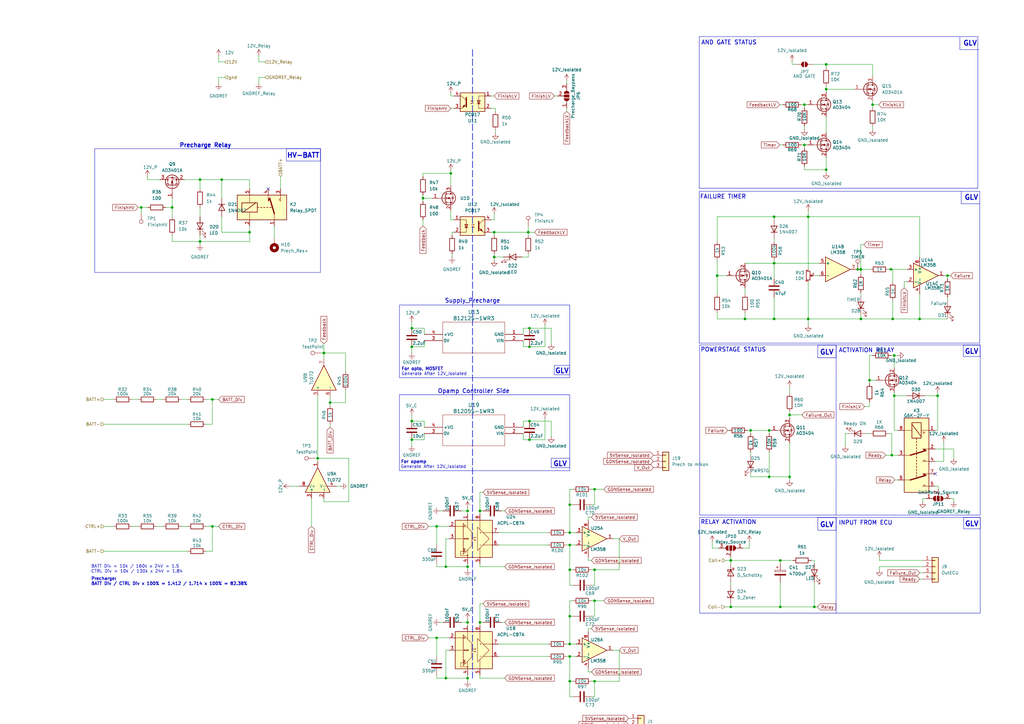
<source format=kicad_sch>
(kicad_sch (version 20250114) (generator "eeschema") (generator_version "9.0")
  (paper "A3")
  (rectangle (start 395.1224 141.5288) (end 401.9804 146.2278))
  (rectangle (start 395.2017 212.22) (end 402.0597 216.919))
  (rectangle (start 286.9438 212.217) (end 402.0058 251.46))
  (rectangle (start 163.83 125.095) (end 233.68 154.94))
  (rectangle (start 38.862 60.96) (end 131.445 111.76))
  (rectangle (start 335.4324 212.2678) (end 342.9254 217.4748))
  (rectangle (start 335.4324 141.5288) (end 342.9254 146.7358))
  (rectangle (start 226.06 187.96) (end 233.68 191.77))
  (rectangle (start 163.83 161.925) (end 233.68 193.04))
  (rectangle (start 117.475 60.96) (end 131.445 66.04))
  (rectangle (start 227.33 149.86) (end 233.68 153.67))
  (rectangle (start 286.9438 141.478) (end 402.0058 211.2518))
  (text "Opamp Controller Side" (at 194.31 161.544 0) (effects (font (size 1.7 1.7) (thickness 0.254) (bold yes)) (justify bottom)))
  (text "GLV" (at 395.5796 145.4658 0) (effects (font (size 2 2) (bold yes)) (justify left bottom)))
  (text "Generate After 12V_Isolated" (at 177.8 192.278 0) (effects (font (size 1.27 1.27)) (justify bottom)))
  (text "GLV" (at 226.822 191.516 0) (effects (font (size 2 2) (bold yes)) (justify left bottom)))
  (text "ACTIVATION RELAY" (at 343.916 144.78 0) (effects (font (size 1.7 1.7) (thickness 0.254) (bold yes)) (justify left bottom)))
  (text "For opto, MOSFET" (at 173.228 152.146 0) (effects (font (size 1.27 1.27) (thickness 0.254) (bold yes)) (justify bottom)))
  (text "Supply_Precharge" (at 193.802 124.46 0) (effects (font (size 1.7 1.7) (thickness 0.254) (bold yes)) (justify bottom)))
  (text "Precharge: \nBATT Div / CTRL Div x 100% = 1.412 / 1.714 x 100% = 82.38%" (at 37.338 238.506 0) (effects (font (size 1.27 1.27) (thickness 0.254) (bold yes)) (justify left)))
  (text "GLV" (at 395.478 82.296 0) (effects (font (size 2.0066 2.0066) (thickness 0.4013) (bold yes)) (justify left bottom)))
  (text "AND GATE STATUS" (at 287.528 18.542 0) (effects (font (size 1.7 1.7) (thickness 0.254) (bold yes)) (justify left bottom)))
  (text "GLV" (at 227.584 153.416 0) (effects (font (size 2 2) (bold yes)) (justify left bottom)))
  (text "GLV" (at 395.6589 216.157 0) (effects (font (size 2 2) (bold yes)) (justify left bottom)))
  (text "POWERSTAGE STATUS" (at 287.274 144.526 0) (effects (font (size 1.7 1.7) (thickness 0.254) (bold yes)) (justify left bottom)))
  (text "HV-BATT" (at 117.602 65.024 0) (effects (font (size 2 2) (bold yes)) (justify left bottom)))
  (text "GLV" (at 336.1944 216.5096 0) (effects (font (size 2 2) (bold yes)) (justify left bottom)))
  (text "BATT Div = 10k / 160k x 24V = 1.5\nCTRL Div = 10k / 130k x 24V = 1.84\n" (at 37.338 233.426 0) (effects (font (size 1.27 1.27)) (justify left)))
  (text "RELAY ACTIVATION" (at 287.274 215.265 0) (effects (font (size 1.7 1.7) (thickness 0.254) (bold yes)) (justify left bottom)))
  (text "For opamp" (at 169.672 190.246 0) (effects (font (size 1.27 1.27) (thickness 0.254) (bold yes)) (justify bottom)))
  (text "Precharge Relay" (at 73.533 60.706 0) (effects (font (size 1.7 1.7) (bold yes)) (justify left bottom)))
  (text "FAILURE TIMER" (at 287.02 81.788 0) (effects (font (size 1.7 1.7) (thickness 0.254) (bold yes)) (justify left bottom)))
  (text "INPUT FROM ECU" (at 343.916 215.519 0) (effects (font (size 1.7 1.7) (thickness 0.254) (bold yes)) (justify left bottom)))
  (text "GLV" (at 394.97 19.05 0) (effects (font (size 2.0066 2.0066) (thickness 0.4013) (bold yes)) (justify left bottom)))
  (text "GLV" (at 336.1944 145.7706 0) (effects (font (size 2 2) (bold yes)) (justify left bottom)))
  (text "Generate After 12V_Isolated" (at 178.054 154.178 0) (effects (font (size 1.27 1.27)) (justify bottom)))
  (junction (at 179.07 261.62))
  (junction (at 243.84 233.68))
  (junction (at 173.482 81.28))
  (junction (at 366.141 130.81))
  (junction (at 334.01 248.92))
  (junction (at 243.84 200.66))
  (junction (at 353.06 110.49))
  (junction (at 388.62 113.03))
  (junction (at 196.85 209.55))
  (junction (at 191.77 209.55))
  (junction (at 317.5 88.9))
  (junction (at 233.68 264.16))
  (junction (at 307.848 176.53))
  (junction (at 353.0854 110.49))
  (junction (at 191.77 232.41))
  (junction (at 82.042 99.06))
  (junction (at 216.662 95.25))
  (junction (at 351.79 110.49))
  (junction (at 315.468 195.58))
  (junction (at 196.85 255.27))
  (junction (at 377.19 130.81))
  (junction (at 317.5 130.81))
  (junction (at 87.122 163.83))
  (junction (at 191.77 255.27))
  (junction (at 217.17 180.34))
  (junction (at 179.07 215.9))
  (junction (at 184.912 71.12))
  (junction (at 233.68 223.52))
  (junction (at 217.17 134.62))
  (junction (at 317.5 107.95))
  (junction (at 233.68 279.4))
  (junction (at 90.932 73.66))
  (junction (at 70.612 85.09))
  (junction (at 357.886 42.926))
  (junction (at 233.68 207.01))
  (junction (at 182.88 278.13))
  (junction (at 102.362 95.25))
  (junction (at 338.836 26.416))
  (junction (at 365.379 110.4392))
  (junction (at 299.72 229.87))
  (junction (at 366.776 145.796))
  (junction (at 130.302 187.96))
  (junction (at 132.842 144.78))
  (junction (at 315.468 176.53))
  (junction (at 294.132 113.03))
  (junction (at 353.0854 130.81))
  (junction (at 135.382 165.1))
  (junction (at 323.85 195.58))
  (junction (at 168.91 180.34))
  (junction (at 82.042 73.66))
  (junction (at 329.946 42.926))
  (junction (at 182.88 232.41))
  (junction (at 320.04 229.87))
  (junction (at 331.47 88.9))
  (junction (at 168.91 142.24))
  (junction (at 243.84 279.4))
  (junction (at 168.91 172.72))
  (junction (at 202.692 105.41))
  (junction (at 233.68 218.44))
  (junction (at 338.836 69.596))
  (junction (at 57.912 85.09))
  (junction (at 87.122 215.9))
  (junction (at 320.04 248.92))
  (junction (at 217.17 142.24))
  (junction (at 233.68 252.73))
  (junction (at 305.562 130.81))
  (junction (at 168.91 134.62))
  (junction (at 233.68 269.24))
  (junction (at 202.692 95.25))
  (junction (at 366.776 162.306))
  (junction (at 329.946 59.436))
  (junction (at 233.68 233.68))
  (junction (at 384.556 162.306))
  (junction (at 191.77 278.13))
  (junction (at 243.84 246.38))
  (junction (at 338.836 36.576))
  (junction (at 356.616 155.956))
  (junction (at 217.17 172.72))
  (junction (at 331.47 130.81))
  (junction (at 323.85 170.18))
  (junction (at 299.72 248.92))
  (junction (at 365.76 186.69))
  (no_connect (at 109.982 77.47))
  (no_connect (at 383.54 194.31))
  (wire (pts (xy 320.04 248.92) (xy 334.01 248.92)))
  (wire (pts (xy 202.692 105.41) (xy 202.692 106.68)))
  (wire (pts (xy 196.85 247.65) (xy 196.85 255.27)))
  (wire (pts (xy 378.46 204.47) (xy 378.46 205.74)))
  (wire (pts (xy 168.91 180.34) (xy 168.91 182.88)))
  (wire (pts (xy 196.85 201.93) (xy 198.12 201.93)))
  (wire (pts (xy 243.84 279.4) (xy 242.57 279.4)))
  (wire (pts (xy 203.2 44.45) (xy 201.422 44.45)))
  (wire (pts (xy 353.0854 121.3612) (xy 353.0854 120.0912)))
  (wire (pts (xy 205.74 255.27) (xy 207.01 255.27)))
  (wire (pts (xy 70.612 99.06) (xy 82.042 99.06)))
  (wire (pts (xy 191.77 208.28) (xy 191.77 209.55)))
  (wire (pts (xy 204.47 269.24) (xy 224.79 269.24)))
  (wire (pts (xy 366.141 130.81) (xy 377.19 130.81)))
  (wire (pts (xy 307.848 194.31) (xy 307.848 195.58)))
  (wire (pts (xy 338.836 64.516) (xy 338.836 69.596)))
  (wire (pts (xy 307.34 224.79) (xy 307.34 222.25)))
  (wire (pts (xy 323.85 195.58) (xy 323.85 196.85)))
  (wire (pts (xy 307.848 186.69) (xy 307.848 185.42)))
  (wire (pts (xy 168.91 172.72) (xy 168.91 170.18)))
  (polyline (pts (xy 394.208 83.566) (xy 401.828 83.566)))
  (wire (pts (xy 135.382 166.37) (xy 135.382 165.1)))
  (wire (pts (xy 297.434 229.87) (xy 299.72 229.87)))
  (wire (pts (xy 328.676 42.926) (xy 329.946 42.926)))
  (wire (pts (xy 143.002 205.74) (xy 132.842 205.74)))
  (wire (pts (xy 329.946 69.596) (xy 338.836 69.596)))
  (wire (pts (xy 351.79 110.49) (xy 353.06 110.49)))
  (wire (pts (xy 184.912 39.37) (xy 186.182 39.37)))
  (wire (pts (xy 338.836 70.866) (xy 338.836 69.596)))
  (wire (pts (xy 334.01 231.14) (xy 334.01 229.87)))
  (wire (pts (xy 243.84 233.68) (xy 242.57 233.68)))
  (wire (pts (xy 324.866 26.416) (xy 326.136 26.416)))
  (wire (pts (xy 173.99 134.62) (xy 173.99 137.16)))
  (wire (pts (xy 365.379 110.4392) (xy 366.141 110.4392)))
  (wire (pts (xy 184.912 44.45) (xy 186.182 44.45)))
  (wire (pts (xy 106.172 25.4) (xy 108.712 25.4)))
  (wire (pts (xy 317.5 97.79) (xy 317.5 99.06)))
  (wire (pts (xy 135.382 162.56) (xy 135.382 165.1)))
  (wire (pts (xy 232.41 264.16) (xy 233.68 264.16)))
  (wire (pts (xy 365.379 110.4392) (xy 370.84 110.49)))
  (wire (pts (xy 294.132 128.27) (xy 294.132 130.81)))
  (wire (pts (xy 182.88 220.98) (xy 182.88 232.41)))
  (wire (pts (xy 227.33 39.37) (xy 228.6 39.37)))
  (wire (pts (xy 360.68 229.87) (xy 360.68 228.6)))
  (wire (pts (xy 82.042 96.52) (xy 82.042 99.06)))
  (wire (pts (xy 242.57 207.01) (xy 243.84 207.01)))
  (wire (pts (xy 89.662 34.29) (xy 89.662 31.75)))
  (wire (pts (xy 307.848 176.53) (xy 315.468 176.53)))
  (wire (pts (xy 226.06 134.62) (xy 226.06 140.97)))
  (wire (pts (xy 82.042 99.06) (xy 82.042 100.33)))
  (wire (pts (xy 329.946 59.436) (xy 329.946 60.706)))
  (wire (pts (xy 191.77 278.13) (xy 191.77 279.4)))
  (wire (pts (xy 294.132 88.9) (xy 294.132 99.06)))
  (polyline (pts (xy 286.766 78.486) (xy 286.766 140.716)))
  (wire (pts (xy 338.836 48.006) (xy 338.836 54.356)))
  (wire (pts (xy 365.76 177.8) (xy 365.76 186.69)))
  (wire (pts (xy 331.47 88.9) (xy 377.19 88.9)))
  (wire (pts (xy 42.672 215.9) (xy 46.482 215.9)))
  (wire (pts (xy 377.19 120.65) (xy 377.19 130.81)))
  (wire (pts (xy 90.932 73.66) (xy 90.932 81.28)))
  (wire (pts (xy 185.42 96.52) (xy 185.42 95.25)))
  (wire (pts (xy 370.84 115.57) (xy 370.84 118.11)))
  (wire (pts (xy 214.63 172.72) (xy 217.17 172.72)))
  (wire (pts (xy 356.616 155.956) (xy 356.616 145.796)))
  (wire (pts (xy 57.912 85.09) (xy 60.452 85.09)))
  (wire (pts (xy 179.07 261.62) (xy 184.15 261.62)))
  (wire (pts (xy 173.482 71.12) (xy 184.912 71.12)))
  (wire (pts (xy 323.85 170.18) (xy 323.85 168.91)))
  (wire (pts (xy 216.662 95.25) (xy 202.692 95.25)))
  (wire (pts (xy 338.836 27.686) (xy 338.836 26.416)))
  (wire (pts (xy 168.91 134.62) (xy 168.91 132.08)))
  (wire (pts (xy 89.662 31.75) (xy 92.202 31.75)))
  (wire (pts (xy 334.01 248.92) (xy 335.28 248.92)))
  (wire (pts (xy 217.17 180.34) (xy 214.63 180.34)))
  (wire (pts (xy 196.85 210.82) (xy 196.85 209.55)))
  (wire (pts (xy 191.77 232.41) (xy 191.77 233.68)))
  (wire (pts (xy 354.33 100.33) (xy 353.06 100.33)))
  (wire (pts (xy 182.88 232.41) (xy 191.77 232.41)))
  (wire (pts (xy 371.856 162.306) (xy 366.776 162.306)))
  (wire (pts (xy 331.47 88.9) (xy 331.47 110.49)))
  (wire (pts (xy 226.06 172.72) (xy 226.06 179.07)))
  (wire (pts (xy 202.692 96.52) (xy 202.692 95.25)))
  (wire (pts (xy 214.63 142.24) (xy 214.63 139.7)))
  (wire (pts (xy 130.302 187.96) (xy 129.032 187.96)))
  (wire (pts (xy 56.642 85.09) (xy 57.912 85.09)))
  (wire (pts (xy 203.2 53.34) (xy 203.2 54.61)))
  (wire (pts (xy 179.07 276.86) (xy 179.07 278.13)))
  (wire (pts (xy 54.102 163.83) (xy 56.642 163.83)))
  (wire (pts (xy 242.57 246.38) (xy 243.84 246.38)))
  (wire (pts (xy 182.88 266.7) (xy 182.88 278.13)))
  (wire (pts (xy 241.3 229.87) (xy 242.57 229.87)))
  (wire (pts (xy 391.16 184.15) (xy 391.16 187.96)))
  (wire (pts (xy 365.76 177.8) (xy 364.49 177.8)))
  (wire (pts (xy 87.122 226.06) (xy 87.122 215.9)))
  (wire (pts (xy 357.886 31.496) (xy 357.886 26.416)))
  (wire (pts (xy 223.52 180.34) (xy 223.52 171.45)))
  (wire (pts (xy 357.886 42.926) (xy 357.886 44.196)))
  (wire (pts (xy 307.848 195.58) (xy 315.468 195.58)))
  (wire (pts (xy 141.732 165.1) (xy 135.382 165.1)))
  (wire (pts (xy 201.422 39.37) (xy 202.692 39.37)))
  (wire (pts (xy 191.77 210.82) (xy 191.77 209.55)))
  (wire (pts (xy 299.72 229.87) (xy 320.04 229.87)))
  (wire (pts (xy 251.46 266.7) (xy 254 266.7)))
  (wire (pts (xy 315.468 177.8) (xy 315.468 176.53)))
  (wire (pts (xy 233.68 285.75) (xy 233.68 279.4)))
  (wire (pts (xy 233.68 252.73) (xy 233.68 264.16)))
  (wire (pts (xy 383.54 199.39) (xy 384.81 199.39)))
  (wire (pts (xy 336.042 113.03) (xy 334.01 113.03)))
  (wire (pts (xy 243.84 285.75) (xy 243.84 279.4)))
  (wire (pts (xy 233.68 246.38) (xy 233.68 252.73)))
  (wire (pts (xy 319.786 42.926) (xy 321.056 42.926)))
  (wire (pts (xy 143.002 205.74) (xy 143.002 187.96)))
  (wire (pts (xy 204.47 264.16) (xy 224.79 264.16)))
  (wire (pts (xy 181.61 255.27) (xy 180.34 255.27)))
  (wire (pts (xy 205.74 209.55) (xy 207.01 209.55)))
  (wire (pts (xy 204.47 223.52) (xy 224.79 223.52)))
  (wire (pts (xy 366.776 145.796) (xy 368.046 145.796)))
  (wire (pts (xy 182.88 278.13) (xy 191.77 278.13)))
  (wire (pts (xy 74.422 215.9) (xy 76.962 215.9)))
  (wire (pts (xy 232.41 223.52) (xy 233.68 223.52)))
  (wire (pts (xy 216.662 105.41) (xy 214.122 105.41)))
  (wire (pts (xy 233.68 240.03) (xy 233.68 233.68)))
  (wire (pts (xy 243.84 240.03) (xy 243.84 233.68)))
  (wire (pts (xy 173.482 81.28) (xy 177.292 81.28)))
  (wire (pts (xy 315.468 176.53) (xy 316.23 176.53)))
  (wire (pts (xy 214.63 172.72) (xy 214.63 175.26)))
  (wire (pts (xy 234.95 233.68) (xy 233.68 233.68)))
  (wire (pts (xy 366.141 110.4392) (xy 366.141 115.6716)))
  (wire (pts (xy 196.85 276.86) (xy 196.85 278.13)))
  (wire (pts (xy 234.95 252.73) (xy 233.68 252.73)))
  (wire (pts (xy 234.95 200.66) (xy 233.68 200.66)))
  (wire (pts (xy 331.47 133.35) (xy 331.47 130.81)))
  (wire (pts (xy 233.68 264.16) (xy 236.22 264.16)))
  (wire (pts (xy 364.49 110.49) (xy 365.252 110.4392)))
  (wire (pts (xy 357.886 42.926) (xy 360.426 42.926)))
  (wire (pts (xy 132.842 147.32) (xy 132.842 144.78)))
  (wire (pts (xy 384.556 176.53) (xy 384.556 162.306)))
  (wire (pts (xy 388.62 114.3) (xy 388.62 113.03)))
  (wire (pts (xy 106.172 22.86) (xy 106.172 25.4)))
  (wire (pts (xy 294.132 113.03) (xy 294.132 106.68)))
  (wire (pts (xy 370.84 115.57) (xy 372.11 115.57)))
  (wire (pts (xy 305.562 130.81) (xy 317.5 130.81)))
  (wire (pts (xy 173.99 142.24) (xy 173.99 139.7)))
  (wire (pts (xy 356.616 157.226) (xy 356.616 155.956)))
  (wire (pts (xy 173.482 72.39) (xy 173.482 71.12)))
  (wire (pts (xy 64.262 163.83) (xy 66.802 163.83)))
  (wire (pts (xy 74.422 163.83) (xy 76.962 163.83)))
  (polyline (pts (xy 401.828 78.486) (xy 401.828 140.716)))
  (wire (pts (xy 379.73 204.47) (xy 378.46 204.47)))
  (wire (pts (xy 191.77 276.86) (xy 191.77 278.13)))
  (wire (pts (xy 306.578 176.53) (xy 307.848 176.53)))
  (wire (pts (xy 87.122 163.83) (xy 89.662 163.83)))
  (wire (pts (xy 353.0854 112.4712) (xy 353.0854 110.49)))
  (wire (pts (xy 214.63 134.62) (xy 214.63 137.16)))
  (wire (pts (xy 106.172 31.75) (xy 108.712 31.75)))
  (wire (pts (xy 319.786 59.436) (xy 321.056 59.436)))
  (wire (pts (xy 346.71 182.88) (xy 346.71 177.8)))
  (wire (pts (xy 168.91 142.24) (xy 173.99 142.24)))
  (wire (pts (xy 351.282 110.49) (xy 351.79 110.49)))
  (wire (pts (xy 383.54 184.15) (xy 391.16 184.15)))
  (wire (pts (xy 82.042 73.66) (xy 82.042 77.47)))
  (wire (pts (xy 168.91 180.34) (xy 173.99 180.34)))
  (wire (pts (xy 307.848 176.53) (xy 307.848 177.8)))
  (wire (pts (xy 70.612 85.09) (xy 70.612 88.9)))
  (wire (pts (xy 115.062 72.39) (xy 115.062 77.47)))
  (wire (pts (xy 366.141 123.2916) (xy 366.141 130.81)))
  (wire (pts (xy 329.946 42.926) (xy 331.216 42.926)))
  (wire (pts (xy 357.886 41.656) (xy 357.886 42.926)))
  (wire (pts (xy 191.77 256.54) (xy 191.77 255.27)))
  (wire (pts (xy 317.5 106.68) (xy 317.5 107.95)))
  (wire (pts (xy 323.85 181.61) (xy 323.85 195.58)))
  (wire (pts (xy 179.07 232.41) (xy 182.88 232.41)))
  (wire (pts (xy 191.77 254) (xy 191.77 255.27)))
  (wire (pts (xy 191.77 209.55) (xy 189.23 209.55)))
  (wire (pts (xy 87.122 173.99) (xy 87.122 163.83)))
  (wire (pts (xy 130.302 187.96) (xy 143.002 187.96)))
  (wire (pts (xy 357.886 26.416) (xy 338.836 26.416)))
  (wire (pts (xy 241.3 228.6) (xy 241.3 229.87)))
  (wire (pts (xy 42.672 163.83) (xy 46.482 163.83)))
  (wire (pts (xy 70.612 85.09) (xy 68.072 85.09)))
  (wire (pts (xy 363.22 186.69) (xy 365.76 186.69)))
  (wire (pts (xy 299.72 247.65) (xy 299.72 248.92)))
  (wire (pts (xy 365.506 145.796) (xy 366.776 145.796)))
  (wire (pts (xy 234.95 207.01) (xy 233.68 207.01)))
  (wire (pts (xy 391.16 204.47) (xy 389.89 204.47)))
  (wire (pts (xy 102.362 73.66) (xy 102.362 77.47)))
  (wire (pts (xy 294.132 113.03) (xy 294.132 120.65)))
  (wire (pts (xy 305.562 107.95) (xy 317.5 107.95)))
  (wire (pts (xy 298.45 176.53) (xy 298.958 176.53)))
  (wire (pts (xy 184.912 86.36) (xy 184.912 90.17)))
  (wire (pts (xy 242.57 212.09) (xy 241.3 212.09)))
  (wire (pts (xy 384.81 199.39) (xy 384.81 200.66)))
  (wire (pts (xy 127.762 215.9) (xy 127.762 204.47)))
  (wire (pts (xy 241.3 274.32) (xy 241.3 275.59)))
  (wire (pts (xy 305.562 120.65) (xy 305.562 118.11)))
  (wire (pts (xy 184.15 266.7) (xy 182.88 266.7)))
  (wire (pts (xy 216.662 96.52) (xy 216.662 95.25)))
  (wire (pts (xy 102.362 95.25) (xy 102.362 99.06)))
  (wire (pts (xy 181.61 209.55) (xy 180.34 209.55)))
  (wire (pts (xy 141.732 144.78) (xy 132.842 144.78)))
  (wire (pts (xy 387.096 189.23) (xy 383.54 189.23)))
  (wire (pts (xy 216.662 105.41) (xy 216.662 104.14)))
  (wire (pts (xy 217.17 172.72) (xy 226.06 172.72)))
  (wire (pts (xy 388.62 113.03) (xy 389.89 113.03)))
  (wire (pts (xy 254 266.7) (xy 254 279.4)))
  (wire (pts (xy 233.68 269.24) (xy 236.22 269.24)))
  (wire (pts (xy 179.07 278.13) (xy 182.88 278.13)))
  (wire (pts (xy 378.46 229.87) (xy 360.68 229.87)))
  (wire (pts (xy 112.522 92.71) (xy 112.522 97.79)))
  (wire (pts (xy 70.612 81.28) (xy 70.612 85.09)))
  (wire (pts (xy 346.71 177.8) (xy 347.98 177.8)))
  (wire (pts (xy 196.85 247.65) (xy 198.12 247.65)))
  (wire (pts (xy 356.616 166.751) (xy 356.616 164.846)))
  (wire (pts (xy 353.0854 110.49) (xy 356.87 110.49)))
  (wire (pts (xy 251.46 220.98) (xy 254 220.98)))
  (wire (pts (xy 243.84 246.38) (xy 247.65 246.38)))
  (wire (pts (xy 328.676 59.436) (xy 329.946 59.436)))
  (wire (pts (xy 54.102 215.9) (xy 56.642 215.9)))
  (wire (pts (xy 331.47 115.57) (xy 331.47 130.81)))
  (wire (pts (xy 329.946 44.196) (xy 329.946 42.926)))
  (wire (pts (xy 292.1 224.79) (xy 294.64 224.79)))
  (wire (pts (xy 64.262 215.9) (xy 66.802 215.9)))
  (wire (pts (xy 87.122 163.83) (xy 84.582 163.83)))
  (wire (pts (xy 232.41 33.02) (xy 232.41 34.29)))
  (wire (pts (xy 366.776 145.796) (xy 366.776 150.876)))
  (wire (pts (xy 243.84 207.01) (xy 243.84 200.66)))
  (wire (pts (xy 243.84 233.68) (xy 254 233.68)))
  (wire (pts (xy 317.5 130.81) (xy 331.47 130.81)))
  (polyline (pts (xy 342.9254 212.2678) (xy 342.9 251.46)))
  (wire (pts (xy 196.85 255.27) (xy 198.12 255.27)))
  (wire (pts (xy 356.616 155.956) (xy 359.156 155.956)))
  (wire (pts (xy 356.616 145.796) (xy 357.886 145.796)))
  (wire (pts (xy 185.42 95.25) (xy 186.182 95.25)))
  (wire (pts (xy 242.57 200.66) (xy 243.84 200.66)))
  (wire (pts (xy 338.836 36.576) (xy 338.836 37.846)))
  (wire (pts (xy 243.84 252.73) (xy 243.84 246.38)))
  (wire (pts (xy 387.096 181.356) (xy 387.096 189.23)))
  (wire (pts (xy 366.776 176.53) (xy 368.3 176.53)))
  (wire (pts (xy 175.768 215.9) (xy 179.07 215.9)))
  (wire (pts (xy 360.68 233.68) (xy 360.68 232.41)))
  (wire (pts (xy 217.17 180.34) (xy 223.52 180.34)))
  (wire (pts (xy 217.17 142.24) (xy 223.52 142.24)))
  (wire (pts (xy 353.06 110.49) (xy 353.0854 110.49)))
  (wire (pts (xy 234.95 285.75) (xy 233.68 285.75)))
  (polyline (pts (xy 193.802 20.32) (xy 193.802 278.13)) (stroke (width 0.254) (type dash)))
  (wire (pts (xy 317.5 107.95) (xy 336.042 107.95)))
  (wire (pts (xy 323.85 158.75) (xy 323.85 161.29)))
  (wire (pts (xy 388.62 121.92) (xy 388.62 123.19)))
  (wire (pts (xy 179.07 215.9) (xy 179.07 223.52)))
  (wire (pts (xy 338.836 26.416) (xy 333.756 26.416)))
  (wire (pts (xy 234.95 279.4) (xy 233.68 279.4)))
  (wire (pts (xy 233.68 218.44) (xy 236.22 218.44)))
  (wire (pts (xy 379.476 162.306) (xy 384.556 162.306)))
  (wire (pts (xy 294.132 130.81) (xy 305.562 130.81)))
  (wire (pts (xy 315.468 195.58) (xy 315.468 185.42)))
  (wire (pts (xy 232.41 45.72) (xy 232.41 44.45)))
  (wire (pts (xy 233.68 233.68) (xy 233.68 223.52)))
  (wire (pts (xy 70.612 96.52) (xy 70.612 99.06)))
  (wire (pts (xy 331.47 130.81) (xy 353.0854 130.81)))
  (wire (pts (xy 137.922 199.39) (xy 139.7 199.39)))
  (wire (pts (xy 366.776 161.036) (xy 366.776 162.306)))
  (wire (pts (xy 305.562 128.27) (xy 305.562 130.81)))
  (wire (pts (xy 84.582 226.06) (xy 87.122 226.06)))
  (wire (pts (xy 191.77 231.14) (xy 191.77 232.41)))
  (wire (pts (xy 334.01 229.87) (xy 332.74 229.87)))
  (wire (pts (xy 184.15 220.98) (xy 182.88 220.98)))
  (wire (pts (xy 60.452 73.66) (xy 65.532 73.66)))
  (wire (pts (xy 214.63 180.34) (xy 214.63 177.8)))
  (wire (pts (xy 202.692 90.17) (xy 201.422 90.17)))
  (wire (pts (xy 323.85 170.18) (xy 328.93 170.18)))
  (wire (pts (xy 377.19 88.9) (xy 377.19 105.41)))
  (wire (pts (xy 242.57 285.75) (xy 243.84 285.75)))
  (wire (pts (xy 184.912 90.17) (xy 186.182 90.17)))
  (wire (pts (xy 102.362 92.71) (xy 102.362 95.25)))
  (wire (pts (xy 217.17 134.62) (xy 226.06 134.62)))
  (wire (pts (xy 329.946 53.086) (xy 329.946 51.816)))
  (polyline (pts (xy 394.208 78.486) (xy 394.208 83.566)))
  (wire (pts (xy 196.85 209.55) (xy 198.12 209.55)))
  (wire (pts (xy 353.0854 128.9812) (xy 353.0854 130.81)))
  (wire (pts (xy 356.87 177.8) (xy 355.6 177.8)))
  (wire (pts (xy 234.95 240.03) (xy 233.68 240.03)))
  (wire (pts (xy 57.912 85.09) (xy 57.912 87.63)))
  (wire (pts (xy 353.0854 130.81) (xy 366.141 130.81)))
  (wire (pts (xy 242.57 240.03) (xy 243.84 240.03)))
  (wire (pts (xy 196.85 232.41) (xy 207.01 232.41)))
  (wire (pts (xy 329.946 59.436) (xy 331.216 59.436)))
  (wire (pts (xy 118.872 199.39) (xy 122.682 199.39)))
  (polyline (pts (xy 286.766 78.486) (xy 401.828 78.486)))
  (wire (pts (xy 173.482 81.28) (xy 173.482 82.55)))
  (wire (pts (xy 214.63 134.62) (xy 217.17 134.62)))
  (wire (pts (xy 338.836 36.576) (xy 350.266 36.576)))
  (wire (pts (xy 384.556 161.036) (xy 384.556 162.306)))
  (wire (pts (xy 196.85 231.14) (xy 196.85 232.41)))
  (wire (pts (xy 292.1 222.25) (xy 292.1 224.79)))
  (wire (pts (xy 294.132 88.9) (xy 317.5 88.9)))
  (wire (pts (xy 82.042 99.06) (xy 102.362 99.06)))
  (wire (pts (xy 377.19 130.81) (xy 388.62 130.81)))
  (wire (pts (xy 184.912 38.1) (xy 184.912 39.37)))
  (polyline (pts (xy 286.766 14.986) (xy 401.32 14.986)))
  (wire (pts (xy 179.07 261.62) (xy 179.07 269.24)))
  (wire (pts (xy 241.3 275.59) (xy 242.57 275.59)))
  (wire (pts (xy 294.132 113.03) (xy 297.942 113.03)))
  (wire (pts (xy 141.732 160.02) (xy 141.732 165.1)))
  (wire (pts (xy 387.35 113.03) (xy 388.62 113.03)))
  (wire (pts (xy 42.672 173.99) (xy 76.962 173.99)))
  (wire (pts (xy 299.72 238.76) (xy 299.72 240.03)))
  (wire (pts (xy 317.5 88.9) (xy 317.5 90.17)))
  (wire (pts (xy 168.91 172.72) (xy 173.99 172.72)))
  (wire (pts (xy 203.2 45.72) (xy 203.2 44.45)))
  (wire (pts (xy 130.302 162.56) (xy 130.302 187.96)))
  (wire (pts (xy 323.85 171.45) (xy 323.85 170.18)))
  (wire (pts (xy 233.68 223.52) (xy 236.22 223.52)))
  (wire (pts (xy 233.68 207.01) (xy 233.68 218.44)))
  (wire (pts (xy 367.03 196.85) (xy 368.3 196.85)))
  (wire (pts (xy 196.85 201.93) (xy 196.85 209.55)))
  (wire (pts (xy 82.042 73.66) (xy 90.932 73.66)))
  (wire (pts (xy 329.946 69.596) (xy 329.946 68.326)))
  (wire (pts (xy 173.99 180.34) (xy 173.99 177.8)))
  (wire (pts (xy 42.672 226.06) (xy 76.962 226.06)))
  (wire (pts (xy 233.68 279.4) (xy 233.68 269.24)))
  (wire (pts (xy 377.19 234.95) (xy 378.46 234.95)))
  (wire (pts (xy 324.866 26.416) (xy 324.866 25.146)))
  (wire (pts (xy 299.72 248.92) (xy 320.04 248.92)))
  (wire (pts (xy 89.662 25.4) (xy 92.202 25.4)))
  (wire (pts (xy 173.482 90.17) (xy 173.482 92.71)))
  (wire (pts (xy 299.72 228.6) (xy 299.72 229.87)))
  (wire (pts (xy 315.468 195.58) (xy 323.85 195.58)))
  (polyline (pts (xy 393.7 20.32) (xy 401.32 20.32)))
  (wire (pts (xy 241.3 212.09) (xy 241.3 213.36)))
  (wire (pts (xy 184.912 69.85) (xy 184.912 71.12)))
  (wire (pts (xy 242.57 252.73) (xy 243.84 252.73)))
  (wire (pts (xy 179.07 231.14) (xy 179.07 232.41)))
  (wire (pts (xy 366.776 162.306) (xy 366.776 176.53)))
  (wire (pts (xy 365.76 186.69) (xy 368.3 186.69)))
  (wire (pts (xy 391.16 205.74) (xy 391.16 204.47)))
  (wire (pts (xy 331.47 86.36) (xy 331.47 88.9)))
  (wire (pts (xy 232.41 218.44) (xy 233.68 218.44)))
  (wire (pts (xy 243.84 200.66) (xy 247.65 200.66)))
  (wire (pts (xy 185.42 105.41) (xy 185.42 104.14)))
  (wire (pts (xy 132.842 144.78) (xy 132.842 140.97)))
  (wire (pts (xy 175.768 261.62) (xy 179.07 261.62)))
  (polyline (pts (xy 286.766 77.216) (xy 401.066 77.216)))
  (wire (pts (xy 202.692 87.63) (xy 202.692 90.17)))
  (wire (pts (xy 377.19 237.49) (xy 378.46 237.49)))
  (wire (pts (xy 338.836 35.306) (xy 338.836 36.576)))
  (wire (pts (xy 299.72 248.92) (xy 297.18 248.92)))
  (wire (pts (xy 89.662 22.86) (xy 89.662 25.4)))
  (wire (pts (xy 233.68 200.66) (xy 233.68 207.01)))
  (wire (pts (xy 353.06 100.33) (xy 353.06 110.49)))
  (wire (pts (xy 234.95 246.38) (xy 233.68 246.38)))
  (polyline (pts (xy 342.9254 141.5288) (xy 342.9 211.201)))
  (wire (pts (xy 216.662 95.25) (xy 219.202 95.25)))
  (wire (pts (xy 135.382 175.26) (xy 135.382 173.99)))
  (wire (pts (xy 334.01 238.76) (xy 334.01 248.92)))
  (wire (pts (xy 299.72 231.14) (xy 299.72 229.87)))
  (wire (pts (xy 106.172 34.29) (xy 106.172 31.75)))
  (wire (pts (xy 87.122 215.9) (xy 89.662 215.9)))
  (wire (pts (xy 87.122 215.9) (xy 84.582 215.9)))
  (wire (pts (xy 216.662 92.71) (xy 216.662 95.25)))
  (wire (pts (xy 241.3 257.81) (xy 241.3 259.08)))
  (wire (pts (xy 179.07 215.9) (xy 184.15 215.9)))
  (wire (pts (xy 132.842 205.74) (xy 132.842 204.47)))
  (wire (pts (xy 102.362 95.25) (xy 90.932 95.25)))
  (polyline (pts (xy 401.066 15.24) (xy 401.066 77.216)))
  (wire (pts (xy 304.8 224.79) (xy 307.34 224.79)))
  (wire (pts (xy 202.692 95.25) (xy 201.422 95.25)))
  (wire (pts (xy 202.692 104.14) (xy 202.692 105.41)))
  (wire (pts (xy 141.732 144.78) (xy 141.732 152.4)))
  (wire (pts (xy 130.302 187.96) (xy 130.302 189.23)))
  (wire (pts (xy 383.54 176.53) (xy 384.556 176.53)))
  (wire (pts (xy 365.252 110.4392) (xy 365.379 110.4392)))
  (wire (pts (xy 75.692 73.66) (xy 82.042 73.66)))
  (wire (pts (xy 317.5 121.92) (xy 317.5 130.81)))
  (wire (pts (xy 357.886 51.816) (xy 357.886 53.086)))
  (wire (pts (xy 90.932 73.66) (xy 102.362 73.66)))
  (wire (pts (xy 173.482 80.01) (xy 173.482 81.28)))
  (wire (pts (xy 320.04 229.87) (xy 320.04 231.14)))
  (wire (pts (xy 243.84 279.4) (xy 254 279.4)))
  (wire (pts (xy 90.932 95.25) (xy 90.932 88.9)))
  (wire (pts (xy 196.85 256.54) (xy 196.85 255.27)))
  (wire (pts (xy 217.17 142.24) (xy 214.63 142.24)))
  (wire (pts (xy 317.5 88.9) (xy 331.47 88.9)))
  (wire (pts (xy 168.91 134.62) (xy 173.99 134.62)))
  (wire (pts (xy 184.912 71.12) (xy 184.912 76.2)))
  (wire (pts (xy 320.04 238.76) (xy 320.04 248.92)))
  (wire (pts (xy 84.582 173.99) (xy 87.122 173.99)))
  (wire (pts (xy 204.47 218.44) (xy 224.79 218.44)))
  (wire (pts (xy 202.692 105.41) (xy 206.502 105.41)))
  (wire (pts (xy 360.68 232.41) (xy 378.46 232.41)))
  (polyline (pts (xy 286.766 140.716) (xy 401.828 140.716)))
  (wire (pts (xy 354.584 166.751) (xy 356.616 166.751)))
  (wire (pts (xy 132.842 144.78) (xy 131.572 144.78)))
  (wire (pts (xy 254 220.98) (xy 254 233.68)))
  (polyline (pts (xy 286.766 14.986) (xy 286.766 77.216)))
  (wire (pts (xy 317.5 107.95) (xy 317.5 114.3)))
  (wire (pts (xy 320.04 229.87) (xy 325.12 229.87)))
  (wire (pts (xy 173.99 172.72) (xy 173.99 175.26)))
  (wire (pts (xy 370.84 110.49) (xy 372.11 110.49)))
  (wire (pts (xy 168.91 142.24) (xy 168.91 144.78)))
  (wire (pts (xy 191.77 255.27) (xy 189.23 255.27)))
  (wire (pts (xy 232.41 269.24) (xy 233.68 269.24)))
  (wire (pts (xy 60.452 72.39) (xy 60.452 73.66)))
  (wire (pts (xy 196.85 278.13) (xy 207.01 278.13)))
  (wire (pts (xy 82.042 85.09) (xy 82.042 88.9)))
  (polyline (pts (xy 393.7 15.24) (xy 393.7 20.32)))
  (wire (pts (xy 242.57 257.81) (xy 241.3 257.81)))
  (wire (pts (xy 223.52 142.24) (xy 223.52 133.35)))
  (global_label "FeedbackLV" (shape input) (at 232.41 45.72 270) (property "Intersheetrefs" "${INTERSHEET_REFS}" (effects (hide yes))))
  (global_label "GDNSense_Isolated" (shape input) (at 267.97 189.23 180) (property "Intersheetrefs" "${INTERSHEET_REFS}" (effects (hide yes))))
  (global_label "GDNSense_Isolated" (shape input) (at 207.01 278.13 0) (property "Intersheetrefs" "${INTERSHEET_REFS}" (effects (hide yes))))
  (global_label "Failure_Out" (shape input) (at 377.19 234.95 180) (property "Intersheetrefs" "${INTERSHEET_REFS}" (effects (hide yes))))
  (global_label "FeedbackLV" (shape input) (at 319.786 42.926 180) (property "Intersheetrefs" "${INTERSHEET_REFS}" (effects (hide yes))))
  (global_label "CTRL_Div" (shape input) (at 127.762 215.9 270) (property "Intersheetrefs" "${INTERSHEET_REFS}" (effects (hide yes))))
  (global_label "5VSense_Isolated" (shape input) (at 267.97 186.69 180) (property "Intersheetrefs" "${INTERSHEET_REFS}" (effects (hide yes))))
  (global_label "V_Out" (shape input) (at 267.97 191.77 180) (property "Intersheetrefs" "${INTERSHEET_REFS}" (effects (hide yes))))
  (global_label "GDNSense_Isolated" (shape input) (at 247.65 246.38 0) (property "Intersheetrefs" "${INTERSHEET_REFS}" (effects (hide yes))))
  (global_label "Failure_Out" (shape input) (at 328.93 170.18 0) (property "Intersheetrefs" "${INTERSHEET_REFS}" (effects (hide yes))))
  (global_label "GDNSense_Isolated" (shape input) (at 242.57 229.87 0) (property "Intersheetrefs" "${INTERSHEET_REFS}" (effects (hide yes))))
  (global_label "FinishLV" (shape input) (at 360.426 42.926 0) (property "Intersheetrefs" "${INTERSHEET_REFS}" (effects (hide yes))))
  (global_label "V_Out" (shape input) (at 254 220.98 0) (property "Intersheetrefs" "${INTERSHEET_REFS}" (effects (hide yes))))
  (global_label "Relay" (shape input) (at 367.03 196.85 180) (property "Intersheetrefs" "${INTERSHEET_REFS}" (effects (hide yes))))
  (global_label "CTRL_Div" (shape input) (at 89.662 215.9 0) (property "Intersheetrefs" "${INTERSHEET_REFS}" (effects (hide yes))))
  (global_label "CTRL_Div" (shape input) (at 175.768 261.62 180) (property "Intersheetrefs" "${INTERSHEET_REFS}" (effects (hide yes))))
  (global_label "BATT_Div" (shape input) (at 135.382 175.26 270) (property "Intersheetrefs" "${INTERSHEET_REFS}" (effects (hide yes))))
  (global_label "CTRL_Div" (shape input) (at 175.768 215.9 180) (property "Intersheetrefs" "${INTERSHEET_REFS}" (effects (hide yes))))
  (global_label "FinishLV" (shape input) (at 202.692 39.37 0) (property "Intersheetrefs" "${INTERSHEET_REFS}" (effects (hide yes))))
  (global_label "Feedback" (shape input) (at 173.482 92.71 270) (property "Intersheetrefs" "${INTERSHEET_REFS}" (effects (hide yes))))
  (global_label "Failure" (shape input) (at 298.45 176.53 180) (property "Intersheetrefs" "${INTERSHEET_REFS}" (effects (hide yes))))
  (global_label "5VSense_Isolated" (shape input) (at 242.57 212.09 0) (property "Intersheetrefs" "${INTERSHEET_REFS}" (effects (hide yes))))
  (global_label "FinishLV" (shape input) (at 354.584 166.751 180) (property "Intersheetrefs" "${INTERSHEET_REFS}" (effects (hide yes))))
  (global_label "5VSense_Isolated" (shape input) (at 242.57 257.81 0) (property "Intersheetrefs" "${INTERSHEET_REFS}" (effects (hide yes))))
  (global_label "Ready" (shape input) (at 363.22 186.69 180) (property "Intersheetrefs" "${INTERSHEET_REFS}" (effects (hide yes))))
  (global_label "Feedback" (shape input) (at 132.842 140.97 90) (property "Intersheetrefs" "${INTERSHEET_REFS}" (effects (hide yes))))
  (global_label "V_Out" (shape input) (at 257.81 299.72 180) (property "Intersheetrefs" "${INTERSHEET_REFS}" (effects (hide yes))))
  (global_label "Timer" (shape input) (at 354.33 100.33 0) (property "Intersheetrefs" "${INTERSHEET_REFS}" (effects (hide yes))))
  (global_label "5VSense_Isolated" (shape input) (at 198.12 201.93 0) (property "Intersheetrefs" "${INTERSHEET_REFS}" (effects (hide yes))))
  (global_label "GDNSense_Isolated" (shape input) (at 207.01 232.41 0) (property "Intersheetrefs" "${INTERSHEET_REFS}" (effects (hide yes))))
  (global_label "FinishLV" (shape input) (at 227.33 39.37 180) (property "Intersheetrefs" "${INTERSHEET_REFS}" (effects (hide yes))))
  (global_label "BATT_Div" (shape input) (at 89.662 163.83 0) (property "Intersheetrefs" "${INTERSHEET_REFS}" (effects (hide yes))))
  (global_label "Timer" (shape input) (at 319.786 59.436 180) (property "Intersheetrefs" "${INTERSHEET_REFS}" (effects (hide yes))))
  (global_label "Relay" (shape input) (at 335.28 248.92 0) (property "Intersheetrefs" "${INTERSHEET_REFS}" (effects (hide yes))))
  (global_label "GDNSense_Isolated" (shape input) (at 257.81 297.18 180) (property "Intersheetrefs" "${INTERSHEET_REFS}" (effects (hide yes))))
  (global_label "GDNSense_Isolated" (shape input) (at 207.01 255.27 0) (property "Intersheetrefs" "${INTERSHEET_REFS}" (effects (hide yes))))
  (global_label "5VSense_Isolated" (shape input) (at 257.81 294.64 180) (property "Intersheetrefs" "${INTERSHEET_REFS}" (effects (hide yes))))
  (global_label "FinishLV" (shape input) (at 370.84 118.11 270) (property "Intersheetrefs" "${INTERSHEET_REFS}" (effects (hide yes))))
  (global_label "GDNSense_Isolated" (shape input) (at 247.65 200.66 0) (property "Intersheetrefs" "${INTERSHEET_REFS}" (effects (hide yes))))
  (global_label "Ready" (shape input) (at 377.19 237.49 180) (property "Intersheetrefs" "${INTERSHEET_REFS}" (effects (hide yes))))
  (global_label "GDNSense_Isolated" (shape input) (at 207.01 209.55 0) (property "Intersheetrefs" "${INTERSHEET_REFS}" (effects (hide yes))))
  (global_label "5VSense_Isolated" (shape input) (at 198.12 247.65 0) (property "Intersheetrefs" "${INTERSHEET_REFS}" (effects (hide yes))))
  (global_label "FinishHV" (shape input) (at 56.642 85.09 180) (property "Intersheetrefs" "${INTERSHEET_REFS}" (effects (hide yes))))
  (global_label "FeedbackLV" (shape input) (at 219.202 95.25 0) (property "Intersheetrefs" "${INTERSHEET_REFS}" (effects (hide yes))))
  (global_label "FinishHV" (shape input) (at 184.912 44.45 180) (property "Intersheetrefs" "${INTERSHEET_REFS}" (effects (hide yes))))
  (global_label "GDNSense_Isolated" (shape input) (at 242.57 275.59 0) (property "Intersheetrefs" "${INTERSHEET_REFS}" (effects (hide yes))))
  (global_label "V_Out" (shape input) (at 254 266.7 0) (property "Intersheetrefs" "${INTERSHEET_REFS}" (effects (hide yes))))
  (global_label "Failure" (shape input) (at 389.89 113.03 0) (property "Intersheetrefs" "${INTERSHEET_REFS}" (effects (hide yes))))
  (hierarchical_label "BATT+" (shape input) (at 42.672 163.83 180))
  (hierarchical_label "BATT-" (shape input) (at 42.672 173.99 180))
  (hierarchical_label "12V_Relay" (shape input) (at 108.712 25.4 0))
  (hierarchical_label "CTRL+" (shape input) (at 42.672 215.9 180))
  (hierarchical_label "BATT-" (shape input) (at 42.672 226.06 180))
  (hierarchical_label "BATT+" (shape input) (at 115.062 72.39 90))
  (hierarchical_label "gnd" (shape input) (at 92.202 31.75 0))
  (hierarchical_label "GNDREF_Relay" (shape input) (at 108.712 31.75 0))
  (hierarchical_label "Coil-" (shape input) (at 297.18 248.92 180))
  (hierarchical_label "Coil+" (shape input) (at 297.434 229.87 180))
  (hierarchical_label "12V" (shape input) (at 92.202 25.4 0))
  (symbol (lib_id "Device:R") (at 324.866 42.926 90) (unit 1)
    (property "Reference" "R68" (at 326.898 44.958 90) (effects (justify left)))
    (property "Value" "100" (at 326.898 42.926 90) (effects (justify left)))
    (property "Footprint" "Resistor_SMD:R_0805_2012Metric_Pad1.20x1.40mm_HandSolder" (effects (hide yes)))
  )
  (symbol (lib_id "Amplifier_Operational:TL072") (at 130.302 196.85 90) (unit 3)
    (property "Reference" "U9" (effects (hide yes)))
    (property "Value" "TL072" (effects (hide yes)))
    (property "Footprint" "Package_SO:SOIC-8_3.9x4.9mm_P1.27mm" (effects (hide yes)))
    (property "Datasheet" "http://www.ti.com/lit/ds/symlink/tl071.pdf" (effects (hide yes)))
    (property "Description" "Dual Low-Noise JFET-Input Operational Amplifiers, DIP-8/SOIC-8" (effects (hide yes)))
  )
  (symbol (lib_id "Device:C") (at 179.07 227.33 0) (unit 1)
    (property "Reference" "C66" (at 175.26 225.552 0) (effects (justify left)))
    (property "Value" "330pF" (at 172.974 229.362 0) (effects (justify left)))
    (property "Footprint" "Capacitor_SMD:C_0805_2012Metric" (effects (hide yes)))
    (property "Description" "Unpolarized capacitor" (effects (hide yes)))
  )
  (symbol (lib_id "Transistor_FET:2N7002") (at 364.236 155.956 0) (mirror x) (unit 1)
    (property "Reference" "Q12" (at 370.586 154.94 0))
    (property "Value" "AO3404" (at 372.364 156.972 0))
    (property "Footprint" "Package_TO_SOT_SMD:SOT-23_Handsoldering" (effects (hide yes)))
    (property "Datasheet" "https://www.onsemi.com/pub/Collateral/NDS7002A-D.PDF" (effects (hide yes)))
  )
  (symbol (lib_id "Device:R") (at 82.042 81.28 180) (unit 1)
    (property "Reference" "R44" (at 84.582 80.0099 0) (effects (justify right)))
    (property "Value" "1k" (at 84.582 82.5499 0) (effects (justify right)))
    (property "Footprint" "Resistor_SMD:R_0805_2012Metric" (effects (hide yes)))
    (property "Description" "Resistor" (effects (hide yes)))
  )
  (symbol (lib_id "Isolator_Analog:ACPL-C87A") (at 194.31 266.7 0) (unit 1)
    (property "Reference" "U18" (at 209.55 257.7398 0))
    (property "Value" "ACPL-C87A" (at 209.55 260.2798 0))
    (property "Footprint" "Package_SO:SSO-8_6.8x5.9mm_P1.27mm_Clearance8mm" (effects (hide yes)))
    (property "Datasheet" "www.avagotech.com/docs/AV02-3563EN" (effects (hide yes)))
    (property "Description" "Precision Optycally Isolated Voltage Sensor, ±1% Gain Tolerance, Bandwidth 100kHz, SSO-8" (effects (hide yes)))
  )
  (symbol (lib_id "Device:R") (at 50.292 163.83 90) (unit 1)
    (property "Reference" "R32" (at 50.292 159.766 90))
    (property "Value" "100k" (at 50.292 161.544 90))
    (property "Footprint" "Resistor_SMD:R_1206_3216Metric" (effects (hide yes)))
    (property "Description" "Resistor" (effects (hide yes)))
  )
  (symbol (lib_id "Device:LED") (at 82.042 92.71 90) (unit 1)
    (property "Reference" "D20" (at 85.852 93.0274 90) (effects (justify right)))
    (property "Value" "LED" (at 85.852 95.5674 90) (effects (justify right)))
    (property "Footprint" "LED_SMD:LED_0805_2012Metric_Pad1.15x1.40mm_HandSolder" (effects (hide yes)))
    (property "Description" "Light emitting diode" (effects (hide yes)))
  )
  (symbol (lib_id "Connector_Generic:Conn_01x04") (at 383.54 232.41 0) (unit 1)
    (property "Reference" "J9" (at 386.08 232.4099 0) (effects (justify left)))
    (property "Value" "OutECU" (at 386.08 234.9499 0) (effects (justify left)))
    (property "Footprint" "Connector_Molex:Molex_Mini-Fit_Jr_5569-04A2_2x02_P4.20mm_Horizontal" (effects (hide yes)))
    (property "Description" "Generic connector, single row, 01x04, script generated (kicad-library-utils/schlib/autogen/connector/)" (effects (hide yes)))
  )
  (symbol (lib_id "power:GND") (at 226.06 179.07 0) (unit 1)
    (property "Reference" "#PWR0159" (effects (hide yes)))
    (property "Value" "GND_Isolated" (at 226.06 182.88 0))
    (property "Description" "Power symbol creates a global label with name \"GND\" , ground" (effects (hide yes)))
  )
  (symbol (lib_id "Connector:TestPoint") (at 216.662 92.71 0) (unit 1)
    (property "Reference" "TP4" (at 219.202 88.1379 0) (effects (justify left)))
    (property "Value" "FinishLV" (at 219.202 90.6779 0) (effects (justify left)))
    (property "Footprint" "TestPoint:TestPoint_THTPad_2.0x2.0mm_Drill1.0mm" (effects (hide yes)))
    (property "Description" "test point" (effects (hide yes)))
  )
  (symbol (lib_id "Transistor_FET:AO3401A") (at 70.612 76.2 90) (unit 1)
    (property "Reference" "Q9" (at 70.612 67.31 90))
    (property "Value" "AO3401A" (at 70.612 69.85 90))
    (property "Footprint" "Package_TO_SOT_SMD:SOT-23_Handsoldering" (effects (hide yes)))
    (property "Datasheet" "http://www.aosmd.com/pdfs/datasheet/AO3401A.pdf" (effects (hide yes)))
    (property "Description" "-4.0A Id, -30V Vds, P-Channel MOSFET, SOT-23" (effects (hide yes)))
  )
  (symbol (lib_id "power:+48V") (at 223.52 171.45 0) (unit 1)
    (property "Reference" "#PWR0158" (effects (hide yes)))
    (property "Value" "12V_Isolated" (at 223.52 167.64 0))
    (property "Description" "Power symbol creates a global label with name \"+48V\"" (effects (hide yes)))
  )
  (symbol (lib_id "Device:C") (at 168.91 138.43 0) (unit 1)
    (property "Reference" "C50" (at 169.164 136.144 0) (effects (justify left)))
    (property "Value" "2.2uF" (at 169.164 140.716 0) (effects (justify left)))
    (property "Footprint" "Capacitor_SMD:C_0805_2012Metric" (effects (hide yes)))
    (property "Description" "Unpolarized capacitor" (effects (hide yes)))
  )
  (symbol (lib_id "Device:C") (at 185.42 209.55 270) (unit 1)
    (property "Reference" "C67" (at 187.452 205.74 0) (effects (justify left)))
    (property "Value" "100nF" (at 183.388 203.454 0) (effects (justify left)))
    (property "Footprint" "Capacitor_SMD:C_0805_2012Metric" (effects (hide yes)))
    (property "Description" "Unpolarized capacitor" (effects (hide yes)))
  )
  (symbol (lib_id "Device:R") (at 356.616 161.036 180) (unit 1)
    (property "Reference" "R64" (at 361.8738 161.036 90))
    (property "Value" "1k" (at 359.5624 161.036 90))
    (property "Footprint" "Resistor_SMD:R_0805_2012Metric_Pad1.20x1.40mm_HandSolder" (effects (hide yes)))
  )
  (symbol (lib_id "power:GNDREF") (at 89.662 34.29 0) (unit 1)
    (property "Reference" "#PWR082" (effects (hide yes)))
    (property "Value" "GNDREF" (at 89.662 39.37 0))
    (property "Description" "Power symbol creates a global label with name \"GNDREF\" , reference supply ground" (effects (hide yes)))
  )
  (symbol (lib_id "PrechargeV11-rescue:R_POT_Small-Device") (at 331.47 113.03 0) (unit 1)
    (property "Reference" "RV3" (at 329.9714 111.8616 0) (effects (justify right)))
    (property "Value" "10K" (at 329.9714 114.173 0) (effects (justify right)))
    (property "Footprint" "Potentiometer_THT:Potentiometer_Runtron_RM-065_Vertical" (effects (hide yes)))
  )
  (symbol (lib_id "Device:R") (at 357.886 48.006 0) (unit 1)
    (property "Reference" "R74" (at 359.664 46.8376 0) (effects (justify left)))
    (property "Value" "10K" (at 359.664 49.149 0) (effects (justify left)))
    (property "Footprint" "Resistor_SMD:R_0805_2012Metric_Pad1.20x1.40mm_HandSolder" (effects (hide yes)))
  )
  (symbol (lib_id "Device:R") (at 238.76 200.66 270) (mirror x) (unit 1)
    (property "Reference" "R101" (at 238.76 202.946 90))
    (property "Value" "10k" (at 238.76 200.66 90))
    (property "Footprint" "Resistor_SMD:R_0805_2012Metric" (effects (hide yes)))
    (property "Description" "Resistor" (effects (hide yes)))
  )
  (symbol (lib_id "power:+48V") (at 60.452 72.39 0) (unit 1)
    (property "Reference" "#PWR078" (effects (hide yes)))
    (property "Value" "12V_P" (at 58.674 68.58 0) (effects (justify left)))
    (property "Description" "Power symbol creates a global label with name \"+48V\"" (effects (hide yes)))
  )
  (symbol (lib_id "Amplifier_Operational:LM358") (at 243.84 266.7 0) (unit 1)
    (property "Reference" "U26" (at 244.856 262.382 0))
    (property "Value" "LM358" (at 245.364 271.018 0))
    (property "Footprint" "Package_SO:SOIC-8_3.9x4.9mm_P1.27mm" (effects (hide yes)))
    (property "Datasheet" "http://www.ti.com/lit/ds/symlink/lm2904-n.pdf" (effects (hide yes)))
    (property "Description" "Low-Power, Dual Operational Amplifiers, DIP-8/SOIC-8/TO-99-8" (effects (hide yes)))
  )
  (symbol (lib_id "Isolator:PC817") (at 193.802 92.71 0) (unit 1)
    (property "Reference" "U12" (at 193.802 83.82 0))
    (property "Value" "PC817" (at 193.802 86.36 0))
    (property "Footprint" "Package_DIP:DIP-4_W7.62mm" (effects (hide yes)))
    (property "Datasheet" "http://www.soselectronic.cz/a_info/resource/d/pc817.pdf" (effects (hide yes)))
    (property "Description" "DC Optocoupler, Vce 35V, CTR 50-300%, DIP-4" (effects (hide yes)))
  )
  (symbol (lib_id "Device:R") (at 238.76 233.68 270) (mirror x) (unit 1)
    (property "Reference" "R102" (at 238.76 235.966 90))
    (property "Value" "10k" (at 238.76 233.68 90))
    (property "Footprint" "Resistor_SMD:R_0805_2012Metric" (effects (hide yes)))
    (property "Description" "Resistor" (effects (hide yes)))
  )
  (symbol (lib_id "Transistor_FET:AO3401A") (at 303.022 113.03 0) (mirror x) (unit 1)
    (property "Reference" "Q10" (at 308.229 111.8616 0) (effects (justify left)))
    (property "Value" "AO3401A" (at 308.229 114.173 0) (effects (justify left)))
    (property "Footprint" "Package_TO_SOT_SMD:SOT-23_Handsoldering" (effects (hide yes)))
    (property "Datasheet" "http://www.aosmd.com/pdfs/datasheet/AO3401A.pdf" (effects (hide yes)))
  )
  (symbol (lib_id "Connector:TestPoint") (at 131.572 144.78 90) (unit 1)
    (property "Reference" "TP2" (at 128.27 139.7 90))
    (property "Value" "TestPoint" (at 128.27 142.24 90))
    (property "Footprint" "TestPoint:TestPoint_THTPad_2.0x2.0mm_Drill1.0mm" (effects (hide yes)))
    (property "Description" "test point" (effects (hide yes)))
  )
  (symbol (lib_id "Device:C") (at 179.07 273.05 0) (unit 1)
    (property "Reference" "C51" (at 175.26 271.272 0) (effects (justify left)))
    (property "Value" "330pF" (at 172.974 275.082 0) (effects (justify left)))
    (property "Footprint" "Capacitor_SMD:C_0805_2012Metric" (effects (hide yes)))
    (property "Description" "Unpolarized capacitor" (effects (hide yes)))
  )
  (symbol (lib_id "Device:R") (at 324.866 59.436 90) (unit 1)
    (property "Reference" "R69" (at 326.898 61.468 90) (effects (justify left)))
    (property "Value" "100" (at 326.898 59.436 90) (effects (justify left)))
    (property "Footprint" "Resistor_SMD:R_0805_2012Metric_Pad1.20x1.40mm_HandSolder" (effects (hide yes)))
  )
  (symbol (lib_id "Device:R") (at 328.93 229.87 90) (unit 1)
    (property "Reference" "R61" (at 328.93 224.282 90))
    (property "Value" "1k" (at 328.93 226.822 90))
    (property "Footprint" "Resistor_SMD:R_0805_2012Metric_Pad1.20x1.40mm_HandSolder" (effects (hide yes)))
  )
  (symbol (lib_id "custom library:+14VTSMS") (at 387.096 181.356 0) (unit 1)
    (property "Reference" "#PWR0109" (effects (hide yes)))
    (property "Value" "12V_Isolated" (at 387.096 177.8 0))
  )
  (symbol (lib_id "power:GNDREF") (at 106.172 34.29 0) (unit 1)
    (property "Reference" "#PWR0144" (effects (hide yes)))
    (property "Value" "GNDREF_Relay" (at 106.172 38.354 0))
    (property "Description" "Power symbol creates a global label with name \"GNDREF\" , reference supply ground" (effects (hide yes)))
  )
  (symbol (lib_id "power:+48V") (at 168.91 132.08 0) (unit 1)
    (property "Reference" "#PWR086" (effects (hide yes)))
    (property "Value" "12V_P" (at 166.37 128.27 0) (effects (justify left)))
    (property "Description" "Power symbol creates a global label with name \"+48V\"" (effects (hide yes)))
  )
  (symbol (lib_id "2025-10-26_13-39-00:B1212S-1WR3") (at 214.63 175.26 0) (mirror y) (unit 1)
    (property "Reference" "U19" (at 194.31 166.116 0) (effects (font (size 1.524 1.524))))
    (property "Value" "B1205S-1WR3" (at 194.31 168.656 0) (effects (font (size 1.524 1.524))))
    (property "Footprint" "SIP4_B_S-1WR3_MNS:SIP4_B_S-1WR3_MNS" (effects (hide yes)))
    (property "Datasheet" "B1212S-1WR3" (effects (hide yes)))
  )
  (symbol (lib_id "Amplifier_Operational:LM358") (at 379.73 113.03 0) (unit 3)
    (property "Reference" "U14" (at 379.73 116.332 0) (effects (justify left)))
    (property "Value" "LM358" (at 379.222 118.11 0) (effects (justify left)))
    (property "Footprint" "Package_SO:SO-8_3.9x4.9mm_P1.27mm" (effects (hide yes)))
    (property "Datasheet" "http://www.ti.com/lit/ds/symlink/lm2904-n.pdf" (effects (hide yes)))
  )
  (symbol (lib_id "Device:R") (at 50.292 215.9 90) (unit 1)
    (property "Reference" "R33" (at 50.292 211.582 90))
    (property "Value" "100k" (at 50.292 213.614 90))
    (property "Footprint" "Resistor_SMD:R_1206_3216Metric" (effects (hide yes)))
    (property "Description" "Resistor" (effects (hide yes)))
  )
  (symbol (lib_id "Transistor_FET:AO3401A") (at 355.346 36.576 0) (unit 1)
    (property "Reference" "Q15" (at 361.696 35.3059 0) (effects (justify left)))
    (property "Value" "AO3401A" (at 361.696 37.8459 0) (effects (justify left)))
    (property "Footprint" "Package_TO_SOT_SMD:SOT-23" (effects (hide yes)))
    (property "Datasheet" "http://www.aosmd.com/pdfs/datasheet/AO3401A.pdf" (effects (hide yes)))
    (property "Description" "-4.0A Id, -30V Vds, P-Channel MOSFET, SOT-23" (effects (hide yes)))
  )
  (symbol (lib_id "power:GNDREF") (at 168.91 182.88 0) (unit 1)
    (property "Reference" "#PWR0153" (effects (hide yes)))
    (property "Value" "GNDREF" (at 168.91 186.69 0))
    (property "Description" "Power symbol creates a global label with name \"GNDREF\" , reference supply ground" (effects (hide yes)))
  )
  (symbol (lib_id "Amplifier_Operational:LM358") (at 243.84 266.7 0) (unit 3)
    (property "Reference" "U26" (effects (hide yes)))
    (property "Value" "LM358" (effects (hide yes)))
    (property "Footprint" "Package_SO:SOIC-8_3.9x4.9mm_P1.27mm" (effects (hide yes)))
    (property "Datasheet" "http://www.ti.com/lit/ds/symlink/lm2904-n.pdf" (effects (hide yes)))
    (property "Description" "Low-Power, Dual Operational Amplifiers, DIP-8/SOIC-8/TO-99-8" (effects (hide yes)))
  )
  (symbol (lib_id "power:GNDREF") (at 180.34 255.27 270) (unit 1)
    (property "Reference" "#PWR0154" (effects (hide yes)))
    (property "Value" "GNDREF" (at 176.53 255.27 0))
    (property "Description" "Power symbol creates a global label with name \"GNDREF\" , reference supply ground" (effects (hide yes)))
  )
  (symbol (lib_id "Amplifier_Operational:TL072") (at 130.302 196.85 90) (unit 1)
    (property "Reference" "U9" (at 134.112 194.3099 90) (effects (justify right)))
    (property "Value" "TL072" (at 134.112 196.85 90) (effects (justify right)))
    (property "Footprint" "Package_SO:SOIC-8_3.9x4.9mm_P1.27mm" (effects (hide yes)))
    (property "Datasheet" "http://www.ti.com/lit/ds/symlink/tl071.pdf" (effects (hide yes)))
    (property "Description" "Dual Low-Noise JFET-Input Operational Amplifiers, DIP-8/SOIC-8" (effects (hide yes)))
  )
  (symbol (lib_id "power:GND") (at 203.2 54.61 0) (unit 1)
    (property "Reference" "#PWR091" (effects (hide yes)))
    (property "Value" "GND_Isolated" (at 203.2 58.166 0))
    (property "Description" "Power symbol creates a global label with name \"GND\" , ground" (effects (hide yes)))
  )
  (symbol (lib_id "Device:R") (at 388.62 118.11 0) (unit 1)
    (property "Reference" "R73" (at 386.3086 118.1608 90))
    (property "Value" "1K" (at 388.5946 118.1608 90))
    (property "Footprint" "Resistor_SMD:R_0805_2012Metric_Pad1.20x1.40mm_HandSolder" (effects (hide yes)))
  )
  (symbol (lib_id "Transistor_FET:2N7002") (at 321.31 176.53 0) (unit 1)
    (property "Reference" "Q11" (at 326.4916 175.3616 0) (effects (justify left)))
    (property "Value" "AO3404" (at 326.4916 177.673 0) (effects (justify left)))
    (property "Footprint" "Package_TO_SOT_SMD:SOT-23_Handsoldering" (effects (hide yes)))
    (property "Datasheet" "https://www.onsemi.com/pub/Collateral/NDS7002A-D.PDF" (effects (hide yes)))
  )
  (symbol (lib_id "Device:R") (at 302.768 176.53 90) (unit 1)
    (property "Reference" "R56" (at 302.768 178.816 90))
    (property "Value" "100" (at 302.768 176.53 90))
    (property "Footprint" "Resistor_SMD:R_0805_2012Metric_Pad1.20x1.40mm_HandSolder" (effects (hide yes)))
  )
  (symbol (lib_id "power:GND1") (at 331.47 133.35 0) (unit 1)
    (property "Reference" "#PWR0100" (effects (hide yes)))
    (property "Value" "GND_Isolated" (at 331.597 137.7442 0))
  )
  (symbol (lib_id "Amplifier_Operational:LM358") (at 343.662 110.49 0) (unit 2)
    (property "Reference" "U14" (at 343.662 101.1682 0))
    (property "Value" "LM358" (at 343.662 103.4796 0))
    (property "Footprint" "Package_SO:SO-8_3.9x4.9mm_P1.27mm" (effects (hide yes)))
    (property "Datasheet" "http://www.ti.com/lit/ds/symlink/lm2904-n.pdf" (effects (hide yes)))
  )
  (symbol (lib_id "Device:R") (at 307.848 181.61 180) (unit 1)
    (property "Reference" "R57" (at 310.134 181.61 90))
    (property "Value" "1k" (at 307.848 181.61 90))
    (property "Footprint" "Resistor_SMD:R_0805_2012Metric_Pad1.20x1.40mm_HandSolder" (effects (hide yes)))
  )
  (symbol (lib_id "power:GND") (at 226.06 140.97 0) (unit 1)
    (property "Reference" "#PWR094" (effects (hide yes)))
    (property "Value" "GND_Isolated" (at 226.06 144.78 0))
    (property "Description" "Power symbol creates a global label with name \"GND\" , ground" (effects (hide yes)))
  )
  (symbol (lib_id "Connector_Generic:Conn_01x03") (at 273.05 189.23 0) (unit 1)
    (property "Reference" "J19" (at 275.59 187.9599 0) (effects (justify left)))
    (property "Value" "Prech to mikon" (at 275.59 190.4999 0) (effects (justify left)))
    (property "Footprint" "Connector_JST:JST_XH_B3B-XH-A_1x03_P2.50mm_Vertical" (effects (hide yes)))
    (property "Description" "Generic connector, single row, 01x03, script generated (kicad-library-utils/schlib/autogen/connector/)" (effects (hide yes)))
  )
  (symbol (lib_id "Device:C") (at 201.93 255.27 270) (unit 1)
    (property "Reference" "C71" (at 203.962 251.46 0) (effects (justify left)))
    (property "Value" "100nF" (at 199.898 249.174 0) (effects (justify left)))
    (property "Footprint" "Capacitor_SMD:C_0805_2012Metric" (effects (hide yes)))
    (property "Description" "Unpolarized capacitor" (effects (hide yes)))
  )
  (symbol (lib_id "power:+48V") (at 184.912 38.1 0) (unit 1)
    (property "Reference" "#PWR088" (effects (hide yes)))
    (property "Value" "12V_P" (at 183.134 34.29 0) (effects (justify left)))
    (property "Description" "Power symbol creates a global label with name \"+48V\"" (effects (hide yes)))
  )
  (symbol (lib_id "power:+48V") (at 223.52 133.35 0) (unit 1)
    (property "Reference" "#PWR095" (effects (hide yes)))
    (property "Value" "12V_Isolated" (at 223.52 129.54 0))
    (property "Description" "Power symbol creates a global label with name \"+48V\"" (effects (hide yes)))
  )
  (symbol (lib_id "power:GND1") (at 368.046 145.796 90) (unit 1)
    (property "Reference" "#PWR0103" (effects (hide yes)))
    (property "Value" "GND_Isolated" (at 369.57 147.828 90))
  )
  (symbol (lib_id "Device:R") (at 70.612 92.71 180) (unit 1)
    (property "Reference" "R37" (at 73.152 91.4399 0) (effects (justify right)))
    (property "Value" "10k" (at 73.152 93.9799 0) (effects (justify right)))
    (property "Footprint" "Resistor_SMD:R_0805_2012Metric" (effects (hide yes)))
    (property "Description" "Resistor" (effects (hide yes)))
  )
  (symbol (lib_id "Device:R") (at 317.5 102.87 0) (unit 1)
    (property "Reference" "R58" (at 320.04 104.902 90) (effects (justify left)))
    (property "Value" "100k" (at 317.5 105.156 90) (effects (justify left)))
    (property "Footprint" "Resistor_SMD:R_0805_2012Metric_Pad1.20x1.40mm_HandSolder" (effects (hide yes)))
  )
  (symbol (lib_id "power:+48V") (at 191.77 208.28 0) (unit 1)
    (property "Reference" "#PWR0170" (effects (hide yes)))
    (property "Value" "5V_C" (at 191.77 204.216 0))
    (property "Description" "Power symbol creates a global label with name \"+48V\"" (effects (hide yes)))
  )
  (symbol (lib_id "Device:R") (at 80.772 215.9 90) (unit 1)
    (property "Reference" "R42" (at 80.772 211.582 90))
    (property "Value" "10k" (at 80.772 213.614 90))
    (property "Footprint" "Resistor_SMD:R_1206_3216Metric" (effects (hide yes)))
    (property "Description" "Resistor" (effects (hide yes)))
  )
  (symbol (lib_id "power:GNDREF") (at 168.91 144.78 0) (unit 1)
    (property "Reference" "#PWR0133" (effects (hide yes)))
    (property "Value" "GNDREF" (at 168.91 148.59 0))
    (property "Description" "Power symbol creates a global label with name \"GNDREF\" , reference supply ground" (effects (hide yes)))
  )
  (symbol (lib_id "Device:R") (at 294.132 102.87 0) (unit 1)
    (property "Reference" "R53" (at 296.672 104.902 90) (effects (justify left)))
    (property "Value" "1k" (at 294.132 103.886 90) (effects (justify left)))
    (property "Footprint" "Resistor_SMD:R_0805_2012Metric_Pad1.20x1.40mm_HandSolder" (effects (hide yes)))
  )
  (symbol (lib_id "Device:LED") (at 334.01 234.95 90) (unit 1)
    (property "Reference" "D27" (at 330.2 232.664 90) (effects (justify right)))
    (property "Value" "LED" (at 330.454 237.236 90) (effects (justify right)))
    (property "Footprint" "LED_SMD:LED_0805_2012Metric_Pad1.15x1.40mm_HandSolder" (effects (hide yes)))
  )
  (symbol (lib_id "Device:C") (at 217.17 138.43 0) (unit 1)
    (property "Reference" "C49" (at 217.424 136.144 0) (effects (justify left)))
    (property "Value" "2.2uF" (at 217.424 140.716 0) (effects (justify left)))
    (property "Footprint" "Capacitor_SMD:C_0805_2012Metric" (effects (hide yes)))
    (property "Description" "Unpolarized capacitor" (effects (hide yes)))
  )
  (symbol (lib_id "power:GND1") (at 329.946 53.086 0) (unit 1)
    (property "Reference" "#PWR0104" (effects (hide yes)))
    (property "Value" "GND_Isolated" (at 329.946 56.642 0))
  )
  (symbol (lib_id "Device:C") (at 238.76 285.75 270) (unit 1)
    (property "Reference" "C73" (at 240.03 289.052 90) (effects (justify left)))
    (property "Value" "100pF" (at 240.03 287.02 90) (effects (justify left)))
    (property "Footprint" "Capacitor_SMD:C_0805_2012Metric" (effects (hide yes)))
    (property "Description" "Unpolarized capacitor" (effects (hide yes)))
  )
  (symbol (lib_id "Device:R") (at 80.772 163.83 90) (unit 1)
    (property "Reference" "R40" (at 80.772 159.766 90))
    (property "Value" "20k" (at 80.772 161.544 90))
    (property "Footprint" "Resistor_SMD:R_1206_3216Metric" (effects (hide yes)))
    (property "Description" "Resistor" (effects (hide yes)))
  )
  (symbol (lib_id "power:GND1") (at 346.71 182.88 0) (unit 1)
    (property "Reference" "#PWR0101" (effects (hide yes)))
    (property "Value" "GND_Isolated" (at 346.837 187.2742 0))
  )
  (symbol (lib_id "Device:LED") (at 307.848 190.5 270) (mirror x) (unit 1)
    (property "Reference" "D25" (at 309.88 187.96 90))
    (property "Value" "PWRSTG" (at 311.658 193.04 90))
    (property "Footprint" "LED_SMD:LED_0805_2012Metric_Pad1.15x1.40mm_HandSolder" (effects (hide yes)))
  )
  (symbol (lib_id "Device:R") (at 329.946 48.006 0) (unit 1)
    (property "Reference" "R70" (at 327.914 49.784 90) (effects (justify left)))
    (property "Value" "10K" (at 329.946 49.784 90) (effects (justify left)))
    (property "Footprint" "Resistor_SMD:R_0805_2012Metric_Pad1.20x1.40mm_HandSolder" (effects (hide yes)))
  )
  (symbol (lib_id "Device:R") (at 329.946 64.516 0) (unit 1)
    (property "Reference" "R71" (at 327.914 66.294 90) (effects (justify left)))
    (property "Value" "10K" (at 329.946 66.294 90) (effects (justify left)))
    (property "Footprint" "Resistor_SMD:R_0805_2012Metric_Pad1.20x1.40mm_HandSolder" (effects (hide yes)))
  )
  (symbol (lib_id "Device:R") (at 338.836 31.496 0) (unit 1)
    (property "Reference" "R72" (at 340.614 30.3276 0) (effects (justify left)))
    (property "Value" "10K" (at 340.614 32.639 0) (effects (justify left)))
    (property "Footprint" "Resistor_SMD:R_0805_2012Metric_Pad1.20x1.40mm_HandSolder" (effects (hide yes)))
  )
  (symbol (lib_id "power:GND1") (at 360.68 233.68 0) (unit 1)
    (property "Reference" "#PWR0106" (effects (hide yes)))
    (property "Value" "GND_Isolated" (at 360.68 238.76 0))
  )
  (symbol (lib_id "Connector:TestPoint") (at 57.912 87.63 180) (unit 1)
    (property "Reference" "TP1" (at 60.452 89.6619 0) (effects (justify right)))
    (property "Value" "FinishHV" (at 60.452 92.2019 0) (effects (justify right)))
    (property "Footprint" "TestPoint:TestPoint_THTPad_2.0x2.0mm_Drill1.0mm" (effects (hide yes)))
    (property "Description" "test point" (effects (hide yes)))
  )
  (symbol (lib_id "power:GND1") (at 378.46 205.74 0) (unit 1)
    (property "Reference" "#PWR0146" (effects (hide yes)))
    (property "Value" "GND_Isolated" (at 378.587 210.1342 0))
  )
  (symbol (lib_id "Device:R") (at 141.732 156.21 180) (unit 1)
    (property "Reference" "R45" (at 139.192 156.21 90))
    (property "Value" "100k" (at 141.732 156.21 90))
    (property "Footprint" "Resistor_SMD:R_0805_2012Metric" (effects (hide yes)))
    (property "Description" "Resistor" (effects (hide yes)))
  )
  (symbol (lib_id "Diode:1N4007") (at 90.932 85.09 270) (unit 1)
    (property "Reference" "D21" (at 93.472 83.8199 90) (effects (justify left)))
    (property "Value" "1N4007" (at 93.472 86.3599 90) (effects (justify left)))
    (property "Footprint" "Diode_SMD:D_SMA" (effects (hide yes)))
    (property "Datasheet" "http://www.vishay.com/docs/88503/1n4001.pdf" (effects (hide yes)))
    (property "Description" "1000V 1A General Purpose Rectifier Diode, DO-41" (effects (hide yes)))
    (property "Sim.Device" "D" (effects (hide yes)))
    (property "Sim.Pins" "1=K 2=A" (effects (hide yes)))
  )
  (symbol (lib_id "custom library:+14VTSMS") (at 324.866 25.146 0) (unit 1)
    (property "Reference" "#PWR0102" (effects (hide yes)))
    (property "Value" "12V_Isolated" (at 324.866 20.701 0))
  )
  (symbol (lib_id "2025-10-26_13-39-00:B1212S-1WR3") (at 214.63 137.16 0) (mirror y) (unit 1)
    (property "Reference" "U13" (at 194.31 128.016 0) (effects (font (size 1.524 1.524))))
    (property "Value" "B1212S-1WR3" (at 194.31 130.556 0) (effects (font (size 1.524 1.524))))
    (property "Footprint" "SIP4_B_S-1WR3_MNS:SIP4_B_S-1WR3_MNS" (effects (hide yes)))
    (property "Datasheet" "B1212S-1WR3" (effects (hide yes)))
  )
  (symbol (lib_id "Device:R") (at 135.382 170.18 180) (unit 1)
    (property "Reference" "R46" (at 132.842 170.18 90))
    (property "Value" "1k" (at 135.382 170.18 90))
    (property "Footprint" "Resistor_SMD:R_0805_2012Metric" (effects (hide yes)))
    (property "Description" "Resistor" (effects (hide yes)))
  )
  (symbol (lib_id "power:GNDREF") (at 191.77 279.4 0) (unit 1)
    (property "Reference" "#PWR0156" (effects (hide yes)))
    (property "Value" "GNDREF" (at 191.77 283.21 0))
    (property "Description" "Power symbol creates a global label with name \"GNDREF\" , reference supply ground" (effects (hide yes)))
  )
  (symbol (lib_id "Device:R") (at 64.262 85.09 90) (unit 1)
    (property "Reference" "R36" (at 64.262 78.74 90))
    (property "Value" "100" (at 64.262 81.28 90))
    (property "Footprint" "Resistor_SMD:R_0805_2012Metric" (effects (hide yes)))
    (property "Description" "Resistor" (effects (hide yes)))
  )
  (symbol (lib_id "power:GNDREF") (at 180.34 209.55 270) (unit 1)
    (property "Reference" "#PWR0169" (effects (hide yes)))
    (property "Value" "GNDREF" (at 176.53 209.55 0))
    (property "Description" "Power symbol creates a global label with name \"GNDREF\" , reference supply ground" (effects (hide yes)))
  )
  (symbol (lib_id "Device:C") (at 168.91 176.53 0) (unit 1)
    (property "Reference" "C53" (at 169.164 174.244 0) (effects (justify left)))
    (property "Value" "10uF" (at 169.164 178.816 0) (effects (justify left)))
    (property "Footprint" "Capacitor_SMD:C_0805_2012Metric" (effects (hide yes)))
    (property "Description" "Unpolarized capacitor" (effects (hide yes)))
  )
  (symbol (lib_id "Jumper:SolderJumper_3_Open") (at 384.81 204.47 0) (mirror x) (unit 1) (in_bom no)
    (property "Reference" "JP11" (at 384.81 206.756 0))
    (property "Value" "GNDRelay_Source" (at 384.81 201.93 0))
    (property "Footprint" "Jumper:SolderJumper-3_P1.3mm_Open_RoundedPad1.0x1.5mm_NumberLabels" (effects (hide yes)))
    (property "Description" "Solder Jumper, 3-pole, open" (effects (hide yes)))
  )
  (symbol (lib_id "Device:D_Schottky") (at 299.72 234.95 270) (unit 1)
    (property "Reference" "D23" (at 302.26 233.3624 90) (effects (justify left)))
    (property "Value" "D_Schottky" (at 302.26 235.9024 90) (effects (justify left)))
    (property "Footprint" "Diode_SMD:D_SMA" (effects (hide yes)))
    (property "Description" "Schottky diode" (effects (hide yes)))
  )
  (symbol (lib_id "Device:R") (at 361.696 145.796 270) (unit 1)
    (property "Reference" "R67" (at 359.664 143.764 90) (effects (justify left)))
    (property "Value" "10K" (at 359.664 145.796 90) (effects (justify left)))
    (property "Footprint" "Resistor_SMD:R_0805_2012Metric_Pad1.20x1.40mm_HandSolder" (effects (hide yes)))
  )
  (symbol (lib_id "custom library:+14VTSMS") (at 307.34 222.25 0) (unit 1)
    (property "Reference" "#PWR096" (effects (hide yes)))
    (property "Value" "12V_Relay" (at 307.34 218.186 0))
  )
  (symbol (lib_id "power:+48V") (at 191.77 254 0) (unit 1)
    (property "Reference" "#PWR0155" (effects (hide yes)))
    (property "Value" "5V_C" (at 191.77 249.936 0))
    (property "Description" "Power symbol creates a global label with name \"+48V\"" (effects (hide yes)))
  )
  (symbol (lib_id "power:GND1") (at 323.85 196.85 0) (unit 1)
    (property "Reference" "#PWR098" (effects (hide yes)))
    (property "Value" "GND_Isolated" (at 323.977 201.2442 0))
  )
  (symbol (lib_id "Device:R") (at 228.6 223.52 270) (mirror x) (unit 1)
    (property "Reference" "R100" (at 228.6 225.806 90))
    (property "Value" "10k" (at 228.6 223.52 90))
    (property "Footprint" "Resistor_SMD:R_0805_2012Metric" (effects (hide yes)))
    (property "Description" "Resistor" (effects (hide yes)))
  )
  (symbol (lib_id "Device:R") (at 185.42 100.33 180) (unit 1)
    (property "Reference" "R49" (at 187.96 99.0599 0) (effects (justify right)))
    (property "Value" "1k" (at 187.96 101.5999 0) (effects (justify right)))
    (property "Footprint" "Resistor_SMD:R_0805_2012Metric" (effects (hide yes)))
    (property "Description" "Resistor" (effects (hide yes)))
  )
  (symbol (lib_id "Device:R") (at 294.132 124.46 0) (unit 1)
    (property "Reference" "R54" (at 295.91 123.2916 0) (effects (justify left)))
    (property "Value" "10k" (at 295.91 125.603 0) (effects (justify left)))
    (property "Footprint" "Resistor_SMD:R_0805_2012Metric_Pad1.20x1.40mm_HandSolder" (effects (hide yes)))
  )
  (symbol (lib_id "Jumper:SolderJumper_3_Open") (at 299.72 224.79 0) (mirror y) (unit 1) (in_bom no)
    (property "Reference" "JP10" (at 299.72 219.964 0))
    (property "Value" "Relay_Source" (at 299.72 222.25 0))
    (property "Footprint" "Jumper:SolderJumper-3_P1.3mm_Open_RoundedPad1.0x1.5mm_NumberLabels" (effects (hide yes)))
    (property "Description" "Solder Jumper, 3-pole, open" (effects (hide yes)))
  )
  (symbol (lib_id "power:GND1") (at 391.16 187.96 0) (unit 1)
    (property "Reference" "#PWR0110" (effects (hide yes)))
    (property "Value" "GND_Isolated" (at 391.287 192.3542 0))
  )
  (symbol (lib_id "Device:D_Zener") (at 299.72 243.84 90) (unit 1)
    (property "Reference" "D24" (at 302.26 242.5699 90) (effects (justify right)))
    (property "Value" "D_Zener" (at 302.26 245.1099 90) (effects (justify right)))
    (property "Footprint" "Diode_SMD:D_SMA" (effects (hide yes)))
    (property "Description" "Zener diode" (effects (hide yes)))
  )
  (symbol (lib_id "power:+48V") (at 331.47 86.36 0) (unit 1)
    (property "Reference" "#PWR099" (effects (hide yes)))
    (property "Value" "12V_Isolated" (at 331.47 82.55 0))
    (property "Description" "Power symbol creates a global label with name \"+48V\"" (effects (hide yes)))
  )
  (symbol (lib_id "Device:C_Polarized") (at 320.04 234.95 0) (unit 1)
    (property "Reference" "C41" (at 323.596 232.791 0) (effects (justify left)))
    (property "Value" "4700uF" (at 323.596 235.331 0) (effects (justify left)))
    (property "Footprint" "Capacitor_Radial_Vertical:Capacitor_Radial_Vertical_18mm" (effects (hide yes)))
  )
  (symbol (lib_id "Device:LED") (at 210.312 105.41 0) (unit 1)
    (property "Reference" "D22" (at 210.312 108.966 0))
    (property "Value" "LED" (at 210.312 111.506 0))
    (property "Footprint" "LED_SMD:LED_0805_2012Metric_Pad1.15x1.40mm_HandSolder" (effects (hide yes)))
    (property "Description" "Light emitting diode" (effects (hide yes)))
  )
  (symbol (lib_id "Transistor_FET:2N7002") (at 336.296 59.436 0) (unit 1)
    (property "Reference" "Q14" (at 341.4776 58.2676 0) (effects (justify left)))
    (property "Value" "AO3404" (at 341.4776 60.579 0) (effects (justify left)))
    (property "Footprint" "Package_TO_SOT_SMD:SOT-23_Handsoldering" (effects (hide yes)))
    (property "Datasheet" "https://www.onsemi.com/pub/Collateral/NDS7002A-D.PDF" (effects (hide yes)))
  )
  (symbol (lib_id "power:GNDREF") (at 191.77 233.68 0) (unit 1)
    (property "Reference" "#PWR0171" (effects (hide yes)))
    (property "Value" "GNDREF" (at 191.77 237.49 0))
    (property "Description" "Power symbol creates a global label with name \"GNDREF\" , reference supply ground" (effects (hide yes)))
  )
  (symbol (lib_id "Device:C") (at 201.93 209.55 270) (unit 1)
    (property "Reference" "C68" (at 203.962 205.74 0) (effects (justify left)))
    (property "Value" "100nF" (at 199.898 203.454 0) (effects (justify left)))
    (property "Footprint" "Capacitor_SMD:C_0805_2012Metric" (effects (hide yes)))
    (property "Description" "Unpolarized capacitor" (effects (hide yes)))
  )
  (symbol (lib_id "Device:R") (at 60.452 215.9 90) (unit 1)
    (property "Reference" "R35" (at 60.452 211.582 90))
    (property "Value" "10k" (at 60.452 213.614 90))
    (property "Footprint" "Resistor_SMD:R_1206_3216Metric" (effects (hide yes)))
    (property "Description" "Resistor" (effects (hide yes)))
  )
  (symbol (lib_id "custom library:+14VTSMS") (at 323.85 158.75 0) (unit 1)
    (property "Reference" "#PWR097" (effects (hide yes)))
    (property "Value" "12V_Isolated" (at 323.85 154.305 0))
  )
  (symbol (lib_id "Device:R") (at 228.6 218.44 270) (mirror x) (unit 1)
    (property "Reference" "R99" (effects (hide yes)))
    (property "Value" "10k" (at 228.6 218.44 90))
    (property "Footprint" "Resistor_SMD:R_0805_2012Metric" (effects (hide yes)))
    (property "Description" "Resistor" (effects (hide yes)))
  )
  (symbol (lib_id "Device:R") (at 238.76 279.4 270) (mirror x) (unit 1)
    (property "Reference" "R97" (at 238.76 281.686 90))
    (property "Value" "10k" (at 238.76 279.4 90))
    (property "Footprint" "Resistor_SMD:R_0805_2012Metric" (effects (hide yes)))
    (property "Description" "Resistor" (effects (hide yes)))
  )
  (symbol (lib_id "power:+48V") (at 118.872 199.39 90) (unit 1)
    (property "Reference" "#PWR084" (effects (hide yes)))
    (property "Value" "12V_P" (at 115.062 199.39 0))
    (property "Description" "Power symbol creates a global label with name \"+48V\"" (effects (hide yes)))
  )
  (symbol (lib_id "power:+48V") (at 106.172 22.86 0) (unit 1)
    (property "Reference" "#PWR0145" (effects (hide yes)))
    (property "Value" "12V_Relay" (at 106.172 18.796 0))
    (property "Description" "Power symbol creates a global label with name \"+48V\"" (effects (hide yes)))
  )
  (symbol (lib_id "Device:R") (at 173.482 86.36 180) (unit 1)
    (property "Reference" "R48" (at 176.022 85.0899 0) (effects (justify right)))
    (property "Value" "100" (at 176.022 87.6299 0) (effects (justify right)))
    (property "Footprint" "Resistor_SMD:R_0805_2012Metric" (effects (hide yes)))
    (property "Description" "Resistor" (effects (hide yes)))
  )
  (symbol (lib_id "Device:R") (at 216.662 100.33 180) (unit 1)
    (property "Reference" "R52" (at 219.202 99.0599 0) (effects (justify right)))
    (property "Value" "1k" (at 219.202 101.5999 0) (effects (justify right)))
    (property "Footprint" "Resistor_SMD:R_0805_2012Metric" (effects (hide yes)))
    (property "Description" "Resistor" (effects (hide yes)))
  )
  (symbol (lib_id "Device:C") (at 317.5 118.11 0) (unit 1)
    (property "Reference" "C40" (at 317.754 115.824 0) (effects (justify left)))
    (property "Value" "47uF" (at 317.754 120.396 0) (effects (justify left)))
    (property "Footprint" "Capacitor_SMD:C_0805_2012Metric" (effects (hide yes)))
    (property "Description" "Unpolarized capacitor" (effects (hide yes)))
  )
  (symbol (lib_id "power:GND1") (at 338.836 70.866 0) (unit 1)
    (property "Reference" "#PWR0107" (effects (hide yes)))
    (property "Value" "GND_Isolated" (at 338.963 75.2602 0))
  )
  (symbol (lib_id "Device:R") (at 353.0854 116.2812 0) (unit 1)
    (property "Reference" "R62" (at 350.774 116.332 90))
    (property "Value" "1K" (at 353.06 116.332 90))
    (property "Footprint" "Resistor_SMD:R_0805_2012Metric_Pad1.20x1.40mm_HandSolder" (effects (hide yes)))
  )
  (symbol (lib_id "Device:LED") (at 353.0854 125.1712 90) (unit 1)
    (property "Reference" "D28" (at 351.028 127.508 90))
    (property "Value" "TIMER" (at 350.012 122.936 90))
    (property "Footprint" "LED_SMD:LED_0805_2012Metric_Pad1.15x1.40mm_HandSolder" (effects (hide yes)))
  )
  (symbol (lib_id "Amplifier_Operational:TL072") (at 132.842 154.94 90) (unit 2)
    (property "Reference" "U9" (at 125.222 154.94 0))
    (property "Value" "TL072" (at 127.762 154.94 0))
    (property "Footprint" "Package_SO:SOIC-8_3.9x4.9mm_P1.27mm" (effects (hide yes)))
    (property "Datasheet" "http://www.ti.com/lit/ds/symlink/tl071.pdf" (effects (hide yes)))
    (property "Description" "Dual Low-Noise JFET-Input Operational Amplifiers, DIP-8/SOIC-8" (effects (hide yes)))
  )
  (symbol (lib_id "Device:C") (at 238.76 240.03 270) (unit 1)
    (property "Reference" "C69" (at 240.03 243.332 90) (effects (justify left)))
    (property "Value" "100pF" (at 240.03 241.3 90) (effects (justify left)))
    (property "Footprint" "Capacitor_SMD:C_0805_2012Metric" (effects (hide yes)))
    (property "Description" "Unpolarized capacitor" (effects (hide yes)))
  )
  (symbol (lib_id "Device:C") (at 217.17 176.53 0) (unit 1)
    (property "Reference" "C54" (at 217.424 174.244 0) (effects (justify left)))
    (property "Value" "2.2uF" (at 217.424 178.816 0) (effects (justify left)))
    (property "Footprint" "Capacitor_SMD:C_0805_2012Metric" (effects (hide yes)))
    (property "Description" "Unpolarized capacitor" (effects (hide yes)))
  )
  (symbol (lib_id "power:GND1") (at 357.886 53.086 0) (unit 1)
    (property "Reference" "#PWR0111" (effects (hide yes)))
    (property "Value" "GND_Isolated" (at 358.013 57.4802 0))
  )
  (symbol (lib_id "Device:R") (at 80.772 226.06 90) (unit 1)
    (property "Reference" "R43" (at 80.772 221.742 90))
    (property "Value" "10k" (at 80.772 223.774 90))
    (property "Footprint" "Resistor_SMD:R_1206_3216Metric" (effects (hide yes)))
    (property "Description" "Resistor" (effects (hide yes)))
  )
  (symbol (lib_id "custom library:+14VTSMS") (at 232.41 33.02 0) (unit 1)
    (property "Reference" "#PWR024" (effects (hide yes)))
    (property "Value" "12V_Isolated" (at 232.41 28.575 0))
  )
  (symbol (lib_id "Relay:Relay_SPDT") (at 107.442 85.09 0) (unit 1)
    (property "Reference" "K2" (at 118.872 83.8199 0) (effects (justify left)))
    (property "Value" "Relay_SPDT" (at 118.872 86.3599 0) (effects (justify left)))
    (property "Footprint" "Relay_THT:Relay_SPDT_SANYOU_SRD_Series_Form_C" (effects (hide yes)))
    (property "Description" "Relay SPDT, monostable, EN50005" (effects (hide yes)))
  )
  (symbol (lib_id "power:GNDREF") (at 139.7 199.39 90) (unit 1)
    (property "Reference" "#PWR085" (effects (hide yes)))
    (property "Value" "GNDREF" (at 143.51 199.3899 90) (effects (justify right)))
    (property "Description" "Power symbol creates a global label with name \"GNDREF\" , reference supply ground" (effects (hide yes)))
  )
  (symbol (lib_id "Mechanical:MountingHole_Pad") (at 112.522 100.33 180) (unit 1) (exclude_from_sim yes) (in_bom no)
    (property "Reference" "H10" (at 115.062 100.3299 0) (effects (justify right)))
    (property "Value" "Prech_Res+" (at 115.062 102.8699 0) (effects (justify right)))
    (property "Footprint" "MountingHole:MountingHole_3.2mm_M3_Pad_Via" (effects (hide yes)))
    (property "Description" "Mounting Hole with connection" (effects (hide yes)))
  )
  (symbol (lib_id "Device:R") (at 202.692 100.33 180) (unit 1)
    (property "Reference" "R51" (at 205.232 99.0599 0) (effects (justify right)))
    (property "Value" "10k" (at 205.232 101.5999 0) (effects (justify right)))
    (property "Footprint" "Resistor_SMD:R_0805_2012Metric" (effects (hide yes)))
    (property "Description" "Resistor" (effects (hide yes)))
  )
  (symbol (lib_id "Device:R") (at 366.141 119.4816 180) (unit 1)
    (property "Reference" "R65" (at 363.982 117.602 90) (effects (justify left)))
    (property "Value" "1K" (at 366.268 118.11 90) (effects (justify left)))
    (property "Footprint" "Resistor_SMD:R_0805_2012Metric_Pad1.20x1.40mm_HandSolder" (effects (hide yes)))
  )
  (symbol (lib_id "custom library:+14VTSMS") (at 384.556 161.036 0) (unit 1)
    (property "Reference" "#PWR0108" (effects (hide yes)))
    (property "Value" "12V_Isolated" (at 384.556 157.226 0))
  )
  (symbol (lib_id "Device:R") (at 238.76 246.38 270) (mirror x) (unit 1)
    (property "Reference" "R96" (at 238.76 248.666 90))
    (property "Value" "10k" (at 238.76 246.38 90))
    (property "Footprint" "Resistor_SMD:R_0805_2012Metric" (effects (hide yes)))
    (property "Description" "Resistor" (effects (hide yes)))
  )
  (symbol (lib_id "Connector_Generic:Conn_01x03") (at 262.89 297.18 0) (unit 1)
    (property "Reference" "J1" (at 265.43 295.9099 0) (effects (justify left)))
    (property "Value" "Prech to mikon" (at 265.43 298.4499 0) (effects (justify left)))
    (property "Footprint" "Connector_JST:JST_XH_B3B-XH-A_1x03_P2.50mm_Vertical" (effects (hide yes)))
    (property "Description" "Generic connector, single row, 01x03, script generated (kicad-library-utils/schlib/autogen/connector/)" (effects (hide yes)))
  )
  (symbol (lib_id "Device:C") (at 185.42 255.27 270) (unit 1)
    (property "Reference" "C52" (at 187.452 251.46 0) (effects (justify left)))
    (property "Value" "100nF" (at 183.388 249.174 0) (effects (justify left)))
    (property "Footprint" "Capacitor_SMD:C_0805_2012Metric" (effects (hide yes)))
    (property "Description" "Unpolarized capacitor" (effects (hide yes)))
  )
  (symbol (lib_id "Device:D") (at 317.5 93.98 90) (unit 1)
    (property "Reference" "D26" (at 319.532 92.8116 90) (effects (justify right)))
    (property "Value" "1N4007" (at 319.532 95.123 90) (effects (justify right)))
    (property "Footprint" "Diode_SMD:D_SMA_Handsoldering" (effects (hide yes)))
  )
  (symbol (lib_id "Device:R") (at 80.772 173.99 90) (unit 1)
    (property "Reference" "R41" (at 80.772 169.926 90))
    (property "Value" "10k" (at 80.772 171.704 90))
    (property "Footprint" "Resistor_SMD:R_1206_3216Metric" (effects (hide yes)))
    (property "Description" "Resistor" (effects (hide yes)))
  )
  (symbol (lib_id "Device:R") (at 305.562 124.46 0) (mirror y) (unit 1)
    (property "Reference" "R55" (at 310.8198 124.46 90))
    (property "Value" "100" (at 308.5084 124.46 90))
    (property "Footprint" "Resistor_SMD:R_0805_2012Metric_Pad1.20x1.40mm_HandSolder" (effects (hide yes)))
  )
  (symbol (lib_id "Transistor_FET:2N7002") (at 336.296 42.926 0) (unit 1)
    (property "Reference" "Q13" (at 341.4776 41.7576 0) (effects (justify left)))
    (property "Value" "AO3404" (at 341.4776 44.069 0) (effects (justify left)))
    (property "Footprint" "Package_TO_SOT_SMD:SOT-23_Handsoldering" (effects (hide yes)))
    (property "Datasheet" "https://www.onsemi.com/pub/Collateral/NDS7002A-D.PDF" (effects (hide yes)))
  )
  (symbol (lib_id "Device:R") (at 360.68 177.8 270) (mirror x) (unit 1)
    (property "Reference" "R66" (at 358.648 175.26 90) (effects (justify left)))
    (property "Value" "1K" (at 359.283 173.101 90) (effects (justify left)))
    (property "Footprint" "Resistor_SMD:R_0805_2012Metric_Pad1.20x1.40mm_HandSolder" (effects (hide yes)))
  )
  (symbol (lib_id "Connector:TestPoint") (at 129.032 187.96 90) (unit 1)
    (property "Reference" "TP3" (at 125.73 182.88 90))
    (property "Value" "TestPoint" (at 125.73 185.42 90))
    (property "Footprint" "TestPoint:TestPoint_THTPad_2.0x2.0mm_Drill1.0mm" (effects (hide yes)))
    (property "Description" "test point" (effects (hide yes)))
  )
  (symbol (lib_id "Device:R") (at 228.6 269.24 270) (mirror x) (unit 1)
    (property "Reference" "R95" (at 228.6 271.526 90))
    (property "Value" "10k" (at 228.6 269.24 90))
    (property "Footprint" "Resistor_SMD:R_0805_2012Metric" (effects (hide yes)))
    (property "Description" "Resistor" (effects (hide yes)))
  )
  (symbol (lib_id "power:+48V") (at 89.662 22.86 0) (unit 1)
    (property "Reference" "#PWR081" (effects (hide yes)))
    (property "Value" "12V" (at 92.202 21.5899 0) (effects (justify left)))
    (property "Description" "Power symbol creates a global label with name \"+48V\"" (effects (hide yes)))
  )
  (symbol (lib_id "Device:R") (at 173.482 76.2 180) (unit 1)
    (property "Reference" "R47" (at 176.022 74.9299 0) (effects (justify right)))
    (property "Value" "10k" (at 176.022 77.4699 0) (effects (justify right)))
    (property "Footprint" "Resistor_SMD:R_0805_2012Metric" (effects (hide yes)))
    (property "Description" "Resistor" (effects (hide yes)))
  )
  (symbol (lib_id "power:GNDREF") (at 185.42 105.41 0) (unit 1)
    (property "Reference" "#PWR087" (effects (hide yes)))
    (property "Value" "GNDREF" (at 185.42 110.49 0))
    (property "Description" "Power symbol creates a global label with name \"GNDREF\" , reference supply ground" (effects (hide yes)))
  )
  (symbol (lib_id "Amplifier_Operational:LM358") (at 379.73 113.03 0) (unit 1)
    (property "Reference" "U14" (at 380.238 106.68 0))
    (property "Value" "LM358" (at 380.746 108.712 0))
    (property "Footprint" "Package_SO:SO-8_3.9x4.9mm_P1.27mm" (effects (hide yes)))
    (property "Datasheet" "http://www.ti.com/lit/ds/symlink/lm2904-n.pdf" (effects (hide yes)))
  )
  (symbol (lib_id "power:+48V") (at 202.692 87.63 0) (unit 1)
    (property "Reference" "#PWR092" (effects (hide yes)))
    (property "Value" "12V_Isolated" (at 200.914 83.82 0) (effects (justify left)))
    (property "Description" "Power symbol creates a global label with name \"+48V\"" (effects (hide yes)))
  )
  (symbol (lib_id "Relay:IM06") (at 375.92 186.69 270) (unit 1)
    (property "Reference" "K3" (at 375.92 168.402 90))
    (property "Value" "G6K-2F-Y" (at 375.92 170.434 90))
    (property "Footprint" "Relay_SMD:Relay_DPDT_Omron_G6K-2F-Y" (effects (hide yes)))
    (property "Datasheet" "http://www.te.com/commerce/DocumentDelivery/DDEController?Action=srchrtrv&DocNm=108-98001&DocType=SS&DocLang=EN" (effects (hide yes)))
  )
  (symbol (lib_id "Connector:TestPoint") (at 351.79 110.49 0) (unit 1)
    (property "Reference" "TP5" (at 351.8408 103.378 0))
    (property "Value" "TIMER" (at 351.8408 105.41 0))
    (property "Footprint" "TestPoint:TestPoint_THTPad_2.0x2.0mm_Drill1.0mm" (effects (hide yes)))
  )
  (symbol (lib_id "Device:R") (at 360.68 110.49 270) (unit 1)
    (property "Reference" "R63" (at 360.68 107.95 90))
    (property "Value" "1K" (at 360.807 110.49 90))
    (property "Footprint" "Resistor_SMD:R_0805_2012Metric_Pad1.20x1.40mm_HandSolder" (effects (hide yes)))
  )
  (symbol (lib_id "power:GND") (at 202.692 106.68 0) (unit 1)
    (property "Reference" "#PWR093" (effects (hide yes)))
    (property "Value" "GND_Isolated" (at 202.692 111.76 0))
    (property "Description" "Power symbol creates a global label with name \"GND\" , ground" (effects (hide yes)))
  )
  (symbol (lib_id "Device:R") (at 228.6 264.16 270) (mirror x) (unit 1)
    (property "Reference" "R94" (effects (hide yes)))
    (property "Value" "10k" (at 228.6 264.16 90))
    (property "Footprint" "Resistor_SMD:R_0805_2012Metric" (effects (hide yes)))
    (property "Description" "Resistor" (effects (hide yes)))
  )
  (symbol (lib_id "power:GNDREF") (at 391.16 205.74 0) (unit 1)
    (property "Reference" "#PWR0147" (effects (hide yes)))
    (property "Value" "GNDREF_Relay" (at 391.16 209.804 0))
    (property "Description" "Power symbol creates a global label with name \"GNDREF\" , reference supply ground" (effects (hide yes)))
  )
  (symbol (lib_id "Amplifier_Operational:LM358") (at 243.84 220.98 0) (unit 1)
    (property "Reference" "U25" (at 244.856 216.662 0))
    (property "Value" "LM358" (at 245.364 225.298 0))
    (property "Footprint" "Package_SO:SOIC-8_3.9x4.9mm_P1.27mm" (effects (hide yes)))
    (property "Datasheet" "http://www.ti.com/lit/ds/symlink/lm2904-n.pdf" (effects (hide yes)))
    (property "Description" "Low-Power, Dual Operational Amplifiers, DIP-8/SOIC-8/TO-99-8" (effects (hide yes)))
  )
  (symbol (lib_id "Device:R") (at 70.612 215.9 90) (unit 1)
    (property "Reference" "R39" (at 70.612 211.582 90))
    (property "Value" "10k" (at 70.612 213.614 90))
    (property "Footprint" "Resistor_SMD:R_1206_3216Metric" (effects (hide yes)))
    (property "Description" "Resistor" (effects (hide yes)))
  )
  (symbol (lib_id "Amplifier_Operational:LM358") (at 243.84 220.98 0) (unit 3)
    (property "Reference" "U25" (effects (hide yes)))
    (property "Value" "LM358" (effects (hide yes)))
    (property "Footprint" "Package_SO:SOIC-8_3.9x4.9mm_P1.27mm" (effects (hide yes)))
    (property "Datasheet" "http://www.ti.com/lit/ds/symlink/lm2904-n.pdf" (effects (hide yes)))
    (property "Description" "Low-Power, Dual Operational Amplifiers, DIP-8/SOIC-8/TO-99-8" (effects (hide yes)))
  )
  (symbol (lib_id "Device:C") (at 238.76 207.01 270) (unit 1)
    (property "Reference" "C70" (at 240.03 210.312 90) (effects (justify left)))
    (property "Value" "100pF" (at 240.03 208.28 90) (effects (justify left)))
    (property "Footprint" "Capacitor_SMD:C_0805_2012Metric" (effects (hide yes)))
    (property "Description" "Unpolarized capacitor" (effects (hide yes)))
  )
  (symbol (lib_id "custom library:+14VTSMS") (at 292.1 222.25 0) (unit 1)
    (property "Reference" "#PWR04" (effects (hide yes)))
    (property "Value" "12V_Isolated" (at 292.1 218.186 0))
  )
  (symbol (lib_id "custom library:+14VTSMS") (at 360.68 228.6 0) (unit 1)
    (property "Reference" "#PWR0105" (effects (hide yes)))
    (property "Value" "12V_Isolated" (at 360.68 225.044 0))
  )
  (symbol (lib_id "Device:LED") (at 351.79 177.8 0) (mirror x) (unit 1)
    (property "Reference" "D29" (at 353.822 181.102 0) (effects (justify right)))
    (property "Value" "Ready ON" (at 355.346 173.736 0) (effects (justify right)))
    (property "Footprint" "LED_SMD:LED_0805_2012Metric_Pad1.15x1.40mm_HandSolder" (effects (hide yes)))
  )
  (symbol (lib_id "Device:R") (at 70.612 163.83 90) (unit 1)
    (property "Reference" "R38" (at 70.612 159.766 90))
    (property "Value" "20k" (at 70.612 161.544 90))
    (property "Footprint" "Resistor_SMD:R_1206_3216Metric" (effects (hide yes)))
    (property "Description" "Resistor" (effects (hide yes)))
  )
  (symbol (lib_id "power:+48V") (at 168.91 170.18 0) (unit 1)
    (property "Reference" "#PWR0152" (effects (hide yes)))
    (property "Value" "5V_C" (at 166.37 166.37 0) (effects (justify left)))
    (property "Description" "Power symbol creates a global label with name \"+48V\"" (effects (hide yes)))
  )
  (symbol (lib_id "power:+48V") (at 184.912 69.85 0) (unit 1)
    (property "Reference" "#PWR089" (effects (hide yes)))
    (property "Value" "12V_P" (at 183.134 66.04 0) (effects (justify left)))
    (property "Description" "Power symbol creates a global label with name \"+48V\"" (effects (hide yes)))
  )
  (symbol (lib_id "Device:R") (at 203.2 49.53 180) (unit 1)
    (property "Reference" "R50" (at 205.74 48.2599 0) (effects (justify right)))
    (property "Value" "1k" (at 205.74 50.7999 0) (effects (justify right)))
    (property "Footprint" "Resistor_SMD:R_0805_2012Metric" (effects (hide yes)))
    (property "Description" "Resistor" (effects (hide yes)))
  )
  (symbol (lib_id "Device:R") (at 315.468 181.61 0) (unit 1)
    (property "Reference" "R59" (at 317.754 183.642 90) (effects (justify left)))
    (property "Value" "10K" (at 315.468 183.388 90) (effects (justify left)))
    (property "Footprint" "Resistor_SMD:R_0805_2012Metric_Pad1.20x1.40mm_HandSolder" (effects (hide yes)))
  )
  (symbol (lib_id "Device:C") (at 238.76 252.73 270) (unit 1)
    (property "Reference" "C72" (at 240.03 256.032 90) (effects (justify left)))
    (property "Value" "100pF" (at 240.03 254 90) (effects (justify left)))
    (property "Footprint" "Capacitor_SMD:C_0805_2012Metric" (effects (hide yes)))
    (property "Description" "Unpolarized capacitor" (effects (hide yes)))
  )
  (symbol (lib_id "Device:D") (at 375.666 162.306 180) (unit 1)
    (property "Reference" "D30" (at 375.666 159.766 0))
    (property "Value" "1N4007" (at 375.666 164.592 0))
    (property "Footprint" "Diode_SMD:D_SMA_Handsoldering" (effects (hide yes)))
  )
  (symbol (lib_id "Device:R") (at 323.85 165.1 0) (unit 1)
    (property "Reference" "R60" (at 325.628 163.9316 0) (effects (justify left)))
    (property "Value" "10K" (at 325.628 166.243 0) (effects (justify left)))
    (property "Footprint" "Resistor_SMD:R_0805_2012Metric_Pad1.20x1.40mm_HandSolder" (effects (hide yes)))
  )
  (symbol (lib_id "Device:R") (at 60.452 163.83 90) (unit 1)
    (property "Reference" "R34" (at 60.452 159.766 90))
    (property "Value" "20k" (at 60.452 161.544 90))
    (property "Footprint" "Resistor_SMD:R_1206_3216Metric" (effects (hide yes)))
    (property "Description" "Resistor" (effects (hide yes)))
  )
  (symbol (lib_id "Jumper:SolderJumper_3_Open") (at 232.41 39.37 270) (mirror x) (unit 1) (in_bom no)
    (property "Reference" "JP6" (at 237.236 39.37 0))
    (property "Value" "Precharge_Baypass" (at 234.95 39.37 0))
    (property "Footprint" "Jumper:SolderJumper-3_P1.3mm_Open_RoundedPad1.0x1.5mm_NumberLabels" (effects (hide yes)))
    (property "Description" "Solder Jumper, 3-pole, open" (effects (hide yes)))
  )
  (symbol (lib_id "Device:LED") (at 388.62 127 90) (unit 1)
    (property "Reference" "D31" (at 386.5626 129.3368 90))
    (property "Value" "Failure" (at 385.064 124.46 90))
    (property "Footprint" "LED_SMD:LED_0805_2012Metric_Pad1.15x1.40mm_HandSolder" (effects (hide yes)))
  )
  (symbol (lib_id "AO3404:AO3404") (at 184.912 81.28 0) (unit 1)
    (property "Reference" "U10" (at 188.722 81.2799 0) (effects (justify left)))
    (property "Value" "AO3404" (effects (hide yes)))
    (property "Footprint" "Package_TO_SOT_SMD:SOT-23" (effects (hide yes)))
    (property "MF" "Alpha & Omega Semiconductor Inc." (effects (hide yes)))
    (property "Description_1" "\n                        \n                            N-Channel 30 V 5.8A (Ta) 1.4W (Ta) Surface Mount SOT-23-3\n                        \n" (effects (hide yes)))
    (property "Package" "None" (effects (hide yes)))
    (property "Price" "None" (effects (hide yes)))
    (property "Check_prices" "https://www.snapeda.com/parts/AO3404/Alpha/view-part/?ref=eda" (effects (hide yes)))
    (property "SnapEDA_Link" "https://www.snapeda.com/parts/AO3404/Alpha/view-part/?ref=snap" (effects (hide yes)))
    (property "Availability" "In Stock" (effects (hide yes)))
    (property "MP" "AO3404" (effects (hide yes)))
  )
  (symbol (lib_id "Isolator_Analog:ACPL-C87A") (at 194.31 220.98 0) (unit 1)
    (property "Reference" "U24" (at 209.55 212.0198 0))
    (property "Value" "ACPL-C87A" (at 209.55 214.5598 0))
    (property "Footprint" "Package_SO:SSO-8_6.8x5.9mm_P1.27mm_Clearance8mm" (effects (hide yes)))
    (property "Datasheet" "www.avagotech.com/docs/AV02-3563EN" (effects (hide yes)))
    (property "Description" "Precision Optycally Isolated Voltage Sensor, ±1% Gain Tolerance, Bandwidth 100kHz, SSO-8" (effects (hide yes)))
  )
  (symbol (lib_id "Jumper:SolderJumper_2_Open") (at 329.946 26.416 180) (unit 1) (exclude_from_sim yes) (in_bom no)
    (property "Reference" "JP7" (at 329.946 29.464 0))
    (property "Value" "AND GATE" (at 329.946 31.242 0))
    (property "Footprint" "Jumper:SolderJumper-2_P1.3mm_Open_RoundedPad1.0x1.5mm" (effects (hide yes)))
    (property "Description" "Solder Jumper, 2-pole, open" (effects (hide yes)))
  )
  (symbol (lib_id "power:GNDREF") (at 82.042 100.33 0) (unit 1)
    (property "Reference" "#PWR079" (effects (hide yes)))
    (property "Value" "GNDREF" (at 82.042 105.41 0))
    (property "Description" "Power symbol creates a global label with name \"GNDREF\" , reference supply ground" (effects (hide yes)))
  )
  (symbol (lib_id "Isolator:PC817") (at 193.802 41.91 0) (mirror y) (unit 1)
    (property "Reference" "U11" (at 193.802 49.53 0))
    (property "Value" "PC817" (at 193.802 46.99 0))
    (property "Footprint" "Package_DIP:DIP-4_W7.62mm" (effects (hide yes)))
    (property "Datasheet" "http://www.soselectronic.cz/a_info/resource/d/pc817.pdf" (effects (hide yes)))
    (property "Description" "DC Optocoupler, Vce 35V, CTR 50-300%, DIP-4" (effects (hide yes)))
  )
)
</source>
